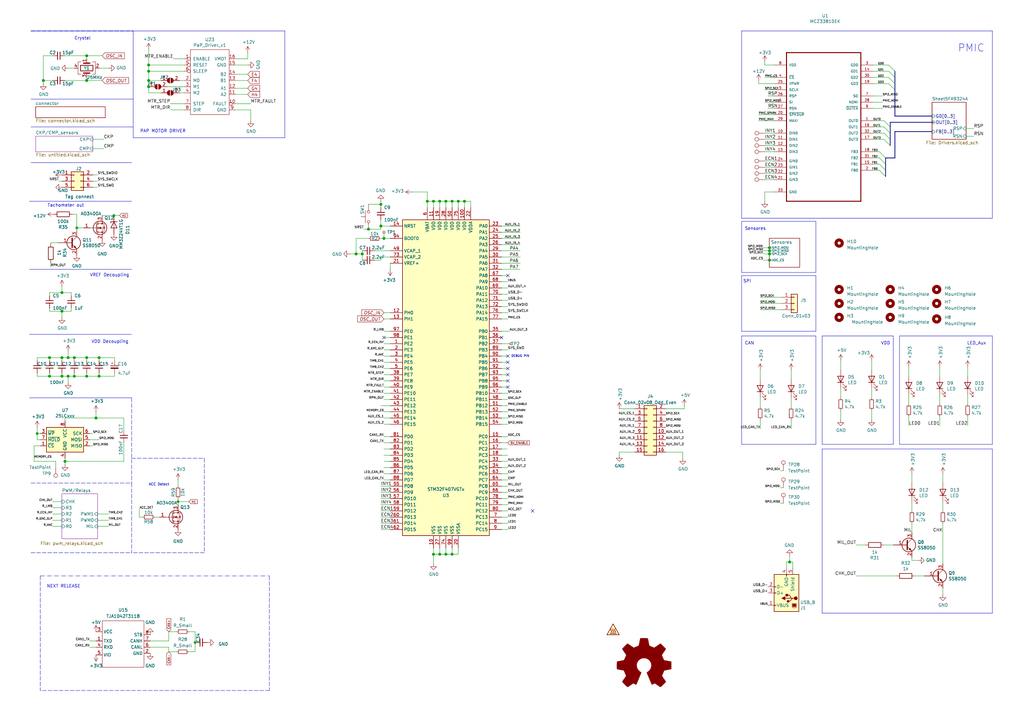
<source format=kicad_sch>
(kicad_sch (version 20211123) (generator eeschema)
  (paper "A3")
  (title_block (title "uEF I") (date "%%date%%") (rev "v3-%%version%%") (company "Churrosoft") (comment 1 "MIT Licence"))
  (junction (at 177.8 227.33) (diameter 1.016))
  (junction (at 35.56 154.305) (diameter 1.016))
  (junction (at 315.5442 101.6))
  (junction (at 315.5442 102.87))
  (junction (at 25.4 146.685) (diameter 1.016))
  (junction (at 156.21 92.71) (diameter 1.016))
  (junction (at 35.56 22.86) (diameter 1.016))
  (junction (at 151.13 93.98) (diameter 1.016))
  (junction (at 60.96 29.21) (diameter 1.016))
  (junction (at 315.5442 104.14))
  (junction (at 35.56 146.685) (diameter 1.016))
  (junction (at 146.05 104.14) (diameter 1.016))
  (junction (at 80.01 263.525) (diameter 0.9144))
  (junction (at 30.48 146.685) (diameter 1.016))
  (junction (at 323.85 230.505) (diameter 1.016))
  (junction (at 40.64 154.305) (diameter 1.016))
  (junction (at 73.025 205.74))
  (junction (at 185.42 82.55) (diameter 1.016))
  (junction (at 60.96 26.67) (diameter 1.016))
  (junction (at 25.4 154.305) (diameter 1.016))
  (junction (at 185.42 227.33) (diameter 1.016))
  (junction (at 27.94 154.305) (diameter 1.016))
  (junction (at 177.8 82.55) (diameter 1.016))
  (junction (at 30.48 154.305) (diameter 1.016))
  (junction (at 182.88 82.55) (diameter 1.016))
  (junction (at 180.34 82.55) (diameter 1.016))
  (junction (at 157.48 97.79) (diameter 1.016))
  (junction (at 25.4 120.015) (diameter 1.016))
  (junction (at 190.5 82.55) (diameter 1.016))
  (junction (at 148.59 104.14) (diameter 1.016))
  (junction (at 26.67 189.23) (diameter 1.016))
  (junction (at 187.96 82.55) (diameter 1.016))
  (junction (at 40.64 146.685) (diameter 1.016))
  (junction (at 60.96 33.02) (diameter 1.016))
  (junction (at 27.94 146.685) (diameter 1.016))
  (junction (at 39.37 171.45) (diameter 1.016))
  (junction (at 35.56 33.02) (diameter 1.016))
  (junction (at 17.78 33.02) (diameter 1.016))
  (junction (at 20.32 146.685) (diameter 1.016))
  (junction (at 46.736 88.392) (diameter 0.9144))
  (junction (at 25.4 127.635) (diameter 1.016))
  (junction (at 31.496 93.472) (diameter 0.9144))
  (junction (at 182.88 227.33) (diameter 1.016))
  (junction (at 315.5442 106.68))
  (junction (at 175.26 82.55) (diameter 1.016))
  (junction (at 180.34 227.33) (diameter 1.016))
  (junction (at 60.96 35.56) (diameter 1.016))
  (junction (at 156.21 83.82) (diameter 1.016))
  (junction (at 15.24 177.8))
  (junction (at 20.32 154.305) (diameter 1.016))
  (no_connect (at 208.28 148.59))
  (no_connect (at 208.28 156.21))
  (no_connect (at 205.74 138.43))
  (no_connect (at 157.48 138.43))
  (no_connect (at 208.28 153.67))
  (no_connect (at 208.28 146.05))
  (no_connect (at 218.44 209.55))
  (no_connect (at 208.28 113.03))
  (no_connect (at 208.28 158.75))
  (no_connect (at 208.28 151.13))
  (bus_entry (at 360.68 67.31) (size 2.54 2.54) (stroke (width 0.1524)))
  (bus_entry (at 364.49 31.75) (size 2.54 2.54) (stroke (width 0.1524)))
  (bus_entry (at 360.68 69.85) (size 2.54 2.54) (stroke (width 0.1524)))
  (bus_entry (at 360.68 64.77) (size 2.54 2.54) (stroke (width 0.1524)))
  (bus_entry (at 362.585 52.07) (size 2.54 2.54) (stroke (width 0.1524)))
  (bus_entry (at 364.49 34.29) (size 2.54 2.54) (stroke (width 0.1524)))
  (bus_entry (at 362.585 49.53) (size 2.54 2.54) (stroke (width 0.1524)))
  (bus_entry (at 364.49 29.21) (size 2.54 2.54) (stroke (width 0.1524)))
  (bus_entry (at 362.585 54.61) (size 2.54 2.54) (stroke (width 0.1524)))
  (bus_entry (at 360.68 62.23) (size 2.54 2.54) (stroke (width 0.1524)))
  (bus_entry (at 362.585 57.15) (size 2.54 2.54) (stroke (width 0.1524)))
  (bus_entry (at 364.49 26.67) (size 2.54 2.54) (stroke (width 0.1524)))
  (wire (pts (xy 315.5442 104.14) (xy 315.595 104.14)))
  (wire (pts (xy 180.34 82.55) (xy 177.8 82.55)))
  (wire (pts (xy 314.96 44.45) (xy 317.5 44.45)))
  (wire (pts (xy 156.21 209.55) (xy 160.02 209.55)))
  (wire (pts (xy 15.24 147.955) (xy 15.24 146.685)))
  (wire (pts (xy 96.52 33.02) (xy 101.6 33.02)))
  (wire (pts (xy 143.51 104.14) (xy 146.05 104.14)))
  (wire (pts (xy 358.14 49.53) (xy 362.585 49.53)))
  (wire (pts (xy 35.56 154.305) (xy 30.48 154.305)))
  (wire (pts (xy 185.42 227.33) (xy 182.88 227.33)))
  (wire (pts (xy 358.14 26.67) (xy 364.49 26.67)))
  (wire (pts (xy 205.74 189.23) (xy 208.28 189.23)))
  (polyline (pts (xy 53.975 163.195) (xy 53.975 198.12)) (stroke (width 0) (type dash)))
  (wire (pts (xy 372.745 150.495) (xy 372.745 154.305)))
  (wire (pts (xy 20.32 146.685) (xy 25.4 146.685)))
  (wire (pts (xy 153.67 102.87) (xy 160.02 102.87)))
  (wire (pts (xy 96.52 45.085) (xy 102.87 45.085)))
  (wire (pts (xy 358.14 31.75) (xy 364.49 31.75)))
  (wire (pts (xy 60.96 35.56) (xy 60.96 33.02)))
  (wire (pts (xy 396.24 55.88) (xy 399.415 55.88)))
  (wire (pts (xy 205.74 110.49) (xy 213.36 110.49)))
  (wire (pts (xy 313.69 66.04) (xy 317.5 66.04)))
  (polyline (pts (xy 337.185 184.15) (xy 337.185 251.46)) (stroke (width 0.152) (type solid)))
  (wire (pts (xy 156.21 199.39) (xy 160.02 199.39)))
  (wire (pts (xy 153.67 106.68) (xy 156.21 106.68)))
  (wire (pts (xy 148.59 104.14) (xy 148.59 102.87)))
  (bus (pts (xy 365.125 50.165) (xy 365.125 52.07)))
  (wire (pts (xy 357.505 159.385) (xy 357.505 163.195)))
  (wire (pts (xy 157.48 148.59) (xy 160.02 148.59)))
  (wire (pts (xy 205.74 163.83) (xy 208.28 163.83)))
  (wire (pts (xy 168.91 78.74) (xy 175.26 78.74)))
  (wire (pts (xy 17.78 22.86) (xy 17.78 33.02)))
  (wire (pts (xy 157.48 191.77) (xy 160.02 191.77)))
  (wire (pts (xy 156.21 97.79) (xy 157.48 97.79)))
  (wire (pts (xy 205.74 184.15) (xy 208.026 184.15)))
  (wire (pts (xy 40.005 71.755) (xy 38.1 71.755)))
  (wire (pts (xy 385.445 161.925) (xy 385.445 165.735)))
  (wire (pts (xy 160.02 138.43) (xy 157.48 138.43)))
  (wire (pts (xy 27.94 27.94) (xy 30.48 27.94)))
  (wire (pts (xy 185.42 227.33) (xy 187.96 227.33)))
  (wire (pts (xy 205.74 153.67) (xy 208.28 153.67)))
  (wire (pts (xy 151.13 93.98) (xy 156.21 93.98)))
  (wire (pts (xy 35.56 22.86) (xy 35.56 24.13)))
  (wire (pts (xy 20.32 147.955) (xy 20.32 146.685)))
  (wire (pts (xy 313.055 104.14) (xy 315.5442 104.14)))
  (wire (pts (xy 38.1 60.96) (xy 42.545 60.96)))
  (wire (pts (xy 20.32 154.305) (xy 15.24 154.305)))
  (wire (pts (xy 61.595 262.89) (xy 69.215 262.89)))
  (wire (pts (xy 69.215 259.08) (xy 72.39 259.08)))
  (wire (pts (xy 69.215 262.89) (xy 69.215 259.08)))
  (wire (pts (xy 21.59 213.36) (xy 25.4 213.36)))
  (wire (pts (xy 358.14 39.37) (xy 361.95 39.37)))
  (wire (pts (xy 29.21 120.015) (xy 29.21 121.285)))
  (wire (pts (xy 311.785 163.195) (xy 311.785 167.005)))
  (wire (pts (xy 205.74 143.51) (xy 208.28 143.51)))
  (wire (pts (xy 20.828 107.696) (xy 20.828 109.474)))
  (wire (pts (xy 311.15 46.99) (xy 317.5 46.99)))
  (wire (pts (xy 313.69 62.23) (xy 317.5 62.23)))
  (wire (pts (xy 273.05 185.42) (xy 280.035 185.42)))
  (wire (pts (xy 280.035 185.42) (xy 280.035 187.96)))
  (wire (pts (xy 313.69 78.74) (xy 317.5 78.74)))
  (polyline (pts (xy 54.61 52.07) (xy 12.7 52.07)) (stroke (width 0) (type solid)))
  (wire (pts (xy 358.14 34.29) (xy 364.49 34.29)))
  (bus (pts (xy 367.03 53.975) (xy 382.27 53.975)))
  (bus (pts (xy 365.125 54.61) (xy 365.125 57.15)))
  (polyline (pts (xy 110.49 283.21) (xy 16.51 283.21)) (stroke (width 0) (type dash)))
  (wire (pts (xy 26.67 189.23) (xy 26.67 190.5)))
  (wire (pts (xy 358.14 52.07) (xy 362.585 52.07)))
  (polyline (pts (xy 116.84 56.515) (xy 54.61 56.515)) (stroke (width 0.152) (type solid)))
  (wire (pts (xy 69.85 45.085) (xy 75.565 45.085)))
  (wire (pts (xy 25.4 147.955) (xy 25.4 146.685)))
  (polyline (pts (xy 53.975 110.49) (xy 12.065 110.49)) (stroke (width 0) (type solid)))
  (wire (pts (xy 205.74 209.55) (xy 208.28 209.55)))
  (wire (pts (xy 151.13 97.79) (xy 146.05 97.79)))
  (wire (pts (xy 205.74 181.61) (xy 208.28 181.61)))
  (wire (pts (xy 156.21 106.68) (xy 156.21 105.41)))
  (wire (pts (xy 313.055 101.6) (xy 315.5442 101.6)))
  (wire (pts (xy 60.96 33.02) (xy 60.96 29.21)))
  (polyline (pts (xy 53.975 66.675) (xy 12.7 66.675)) (stroke (width 0) (type solid)))
  (wire (pts (xy 157.48 173.99) (xy 160.02 173.99)))
  (wire (pts (xy 374.015 214.63) (xy 374.015 218.44)))
  (polyline (pts (xy 366.395 182.245) (xy 366.395 137.795)) (stroke (width 0.152) (type solid)))
  (wire (pts (xy 26.67 171.45) (xy 39.37 171.45)))
  (wire (pts (xy 15.24 154.305) (xy 15.24 153.035)))
  (wire (pts (xy 96.52 30.48) (xy 101.6 30.48)))
  (wire (pts (xy 344.805 159.385) (xy 344.805 163.195)))
  (wire (pts (xy 205.74 135.89) (xy 208.915 135.89)))
  (polyline (pts (xy 337.185 184.15) (xy 407.035 184.15)) (stroke (width 0.152) (type solid)))
  (wire (pts (xy 182.88 82.55) (xy 180.34 82.55)))
  (wire (pts (xy 20.32 127.635) (xy 20.32 126.365)))
  (bus (pts (xy 367.03 36.83) (xy 367.03 47.625)))
  (bus (pts (xy 365.125 52.07) (xy 365.125 54.61)))
  (wire (pts (xy 160.02 130.81) (xy 157.48 130.81)))
  (polyline (pts (xy 407.035 182.245) (xy 407.035 137.795)) (stroke (width 0.152) (type solid)))
  (wire (pts (xy 40.005 213.36) (xy 44.45 213.36)))
  (wire (pts (xy 324.485 151.765) (xy 324.485 155.575)))
  (wire (pts (xy 208.28 194.31) (xy 205.74 194.31)))
  (wire (pts (xy 374.015 229.87) (xy 376.555 229.87)))
  (wire (pts (xy 205.74 191.77) (xy 208.28 191.77)))
  (polyline (pts (xy 368.935 137.795) (xy 368.935 182.245)) (stroke (width 0.152) (type solid)))
  (wire (pts (xy 315.5442 106.68) (xy 315.595 106.68)))
  (wire (pts (xy 73.66 33.02) (xy 75.565 33.02)))
  (wire (pts (xy 314.96 39.37) (xy 317.5 39.37)))
  (polyline (pts (xy 12.7 12.7) (xy 54.61 12.7)) (stroke (width 0) (type solid)))
  (wire (pts (xy 71.12 24.13) (xy 75.565 24.13)))
  (wire (pts (xy 187.96 227.33) (xy 187.96 224.79)))
  (wire (pts (xy 21.59 205.74) (xy 25.4 205.74)))
  (wire (pts (xy 208.28 151.13) (xy 205.74 151.13)))
  (wire (pts (xy 96.52 36.195) (xy 101.6 36.195)))
  (wire (pts (xy 358.14 64.77) (xy 360.68 64.77)))
  (wire (pts (xy 320.04 206.375) (xy 321.31 206.375)))
  (wire (pts (xy 21.59 210.82) (xy 25.4 210.82)))
  (wire (pts (xy 157.48 158.75) (xy 160.02 158.75)))
  (wire (pts (xy 375.285 236.22) (xy 379.095 236.22)))
  (wire (pts (xy 27.94 156.845) (xy 27.94 154.305)))
  (wire (pts (xy 205.74 92.71) (xy 213.36 92.71)))
  (wire (pts (xy 15.24 146.685) (xy 20.32 146.685)))
  (wire (pts (xy 358.14 69.85) (xy 360.68 69.85)))
  (wire (pts (xy 386.715 205.74) (xy 386.715 209.55)))
  (wire (pts (xy 205.74 97.79) (xy 213.36 97.79)))
  (wire (pts (xy 69.85 42.545) (xy 75.565 42.545)))
  (wire (pts (xy 205.74 128.27) (xy 208.28 128.27)))
  (wire (pts (xy 57.15 212.09) (xy 58.42 212.09)))
  (wire (pts (xy 146.05 104.14) (xy 148.59 104.14)))
  (wire (pts (xy 27.94 154.305) (xy 25.4 154.305)))
  (wire (pts (xy 157.48 153.67) (xy 160.02 153.67)))
  (wire (pts (xy 396.875 170.815) (xy 396.875 174.625)))
  (polyline (pts (xy 334.645 137.795) (xy 334.645 182.245)) (stroke (width 0.152) (type solid)))
  (wire (pts (xy 322.58 233.045) (xy 322.58 230.505)))
  (wire (pts (xy 313.055 102.87) (xy 315.5442 102.87)))
  (polyline (pts (xy 304.165 111.76) (xy 334.645 111.76)) (stroke (width 0.152) (type solid)))
  (wire (pts (xy 38.1 57.15) (xy 42.545 57.15)))
  (polyline (pts (xy 304.165 135.89) (xy 304.165 113.03)) (stroke (width 0.152) (type solid)))
  (wire (pts (xy 313.69 71.12) (xy 317.5 71.12)))
  (wire (pts (xy 101.6 24.13) (xy 101.6 21.59)))
  (wire (pts (xy 323.85 230.505) (xy 323.85 227.965)))
  (bus (pts (xy 365.125 57.15) (xy 365.125 59.69)))
  (bus (pts (xy 363.22 67.31) (xy 363.22 69.85)))
  (polyline (pts (xy 304.165 111.76) (xy 304.165 90.805)) (stroke (width 0.152) (type solid)))
  (wire (pts (xy 205.74 130.81) (xy 208.28 130.81)))
  (polyline (pts (xy 407.035 12.7) (xy 407.035 89.535)) (stroke (width 0) (type solid)))
  (wire (pts (xy 160.02 189.23) (xy 157.48 189.23)))
  (wire (pts (xy 160.02 146.05) (xy 157.48 146.05)))
  (wire (pts (xy 205.74 113.03) (xy 208.28 113.03)))
  (wire (pts (xy 27.94 144.145) (xy 27.94 146.685)))
  (wire (pts (xy 40.005 215.9) (xy 44.45 215.9)))
  (polyline (pts (xy 407.035 184.15) (xy 407.035 251.46)) (stroke (width 0.152) (type solid)))
  (wire (pts (xy 205.74 179.07) (xy 208.28 179.07)))
  (wire (pts (xy 357.505 147.955) (xy 357.505 151.765)))
  (wire (pts (xy 182.88 82.55) (xy 182.88 85.09)))
  (wire (pts (xy 205.74 95.25) (xy 213.36 95.25)))
  (wire (pts (xy 15.24 180.34) (xy 15.24 177.8)))
  (wire (pts (xy 16.51 180.34) (xy 15.24 180.34)))
  (polyline (pts (xy 337.185 182.245) (xy 366.395 182.245)) (stroke (width 0.152) (type solid)))
  (wire (pts (xy 156.21 217.17) (xy 160.02 217.17)))
  (wire (pts (xy 31.496 93.472) (xy 31.496 94.488)))
  (wire (pts (xy 34.29 93.472) (xy 31.496 93.472)))
  (wire (pts (xy 26.67 172.72) (xy 26.67 171.45)))
  (wire (pts (xy 205.74 186.69) (xy 208.28 186.69)))
  (wire (pts (xy 156.21 82.55) (xy 156.21 83.82)))
  (wire (pts (xy 185.42 82.55) (xy 182.88 82.55)))
  (wire (pts (xy 25.4 130.175) (xy 25.4 127.635)))
  (wire (pts (xy 30.48 146.685) (xy 35.56 146.685)))
  (wire (pts (xy 20.32 121.285) (xy 20.32 120.015)))
  (wire (pts (xy 385.445 170.815) (xy 385.445 174.625)))
  (wire (pts (xy 73.025 205.74) (xy 77.47 205.74)))
  (polyline (pts (xy 54.61 40.64) (xy 12.7 40.64)) (stroke (width 0) (type solid)))
  (wire (pts (xy 175.26 82.55) (xy 177.8 82.55)))
  (wire (pts (xy 313.69 73.66) (xy 317.5 73.66)))
  (wire (pts (xy 30.48 153.035) (xy 30.48 154.305)))
  (wire (pts (xy 26.67 22.86) (xy 35.56 22.86)))
  (wire (pts (xy 313.69 54.61) (xy 317.5 54.61)))
  (wire (pts (xy 156.21 83.82) (xy 151.13 83.82)))
  (wire (pts (xy 40.64 154.305) (xy 35.56 154.305)))
  (wire (pts (xy 156.21 105.41) (xy 160.02 105.41)))
  (wire (pts (xy 358.14 44.45) (xy 361.95 44.45)))
  (wire (pts (xy 30.48 154.305) (xy 27.94 154.305)))
  (wire (pts (xy 160.02 179.07) (xy 157.48 179.07)))
  (wire (pts (xy 313.69 68.58) (xy 317.5 68.58)))
  (wire (pts (xy 313.69 26.67) (xy 317.5 26.67)))
  (wire (pts (xy 148.59 104.14) (xy 148.59 106.68)))
  (wire (pts (xy 320.04 193.04) (xy 321.31 193.04)))
  (polyline (pts (xy 334.645 182.245) (xy 304.165 182.245)) (stroke (width 0.152) (type solid)))
  (wire (pts (xy 156.21 212.09) (xy 160.02 212.09)))
  (bus (pts (xy 382.27 47.625) (xy 367.03 47.625)))
  (wire (pts (xy 311.15 33.02) (xy 311.15 34.29)))
  (wire (pts (xy 175.26 78.74) (xy 175.26 82.55)))
  (wire (pts (xy 358.14 57.15) (xy 362.585 57.15)))
  (wire (pts (xy 386.715 214.63) (xy 386.715 231.14)))
  (wire (pts (xy 157.48 135.89) (xy 160.02 135.89)))
  (wire (pts (xy 208.28 148.59) (xy 205.74 148.59)))
  (wire (pts (xy 29.21 126.365) (xy 29.21 127.635)))
  (polyline (pts (xy 53.975 163.195) (xy 12.065 163.195)) (stroke (width 0) (type solid)))
  (wire (pts (xy 25.4 146.685) (xy 27.94 146.685)))
  (wire (pts (xy 73.66 38.1) (xy 75.565 38.1)))
  (wire (pts (xy 325.12 233.045) (xy 325.12 230.505)))
  (wire (pts (xy 61.595 265.43) (xy 69.215 265.43)))
  (wire (pts (xy 69.215 267.335) (xy 69.215 265.43)))
  (wire (pts (xy 72.39 267.335) (xy 69.215 267.335)))
  (wire (pts (xy 205.74 100.33) (xy 213.36 100.33)))
  (wire (pts (xy 41.91 33.02) (xy 35.56 33.02)))
  (wire (pts (xy 358.14 62.23) (xy 360.68 62.23)))
  (wire (pts (xy 157.48 181.61) (xy 160.02 181.61)))
  (wire (pts (xy 40.64 146.685) (xy 40.64 147.955)))
  (polyline (pts (xy 304.165 135.89) (xy 334.645 135.89)) (stroke (width 0.152) (type solid)))
  (bus (pts (xy 382.905 50.165) (xy 365.125 50.165)))
  (wire (pts (xy 209.55 140.97) (xy 205.74 140.97)))
  (wire (pts (xy 208.28 204.47) (xy 205.74 204.47)))
  (wire (pts (xy 30.48 147.955) (xy 30.48 146.685)))
  (wire (pts (xy 157.48 143.51) (xy 160.02 143.51)))
  (wire (pts (xy 46.99 153.035) (xy 46.99 154.305)))
  (wire (pts (xy 208.28 166.37) (xy 205.74 166.37)))
  (wire (pts (xy 60.96 20.32) (xy 60.96 26.67)))
  (wire (pts (xy 396.24 52.705) (xy 399.415 52.705)))
  (polyline (pts (xy 110.49 236.22) (xy 110.49 283.21)) (stroke (width 0) (type dash)))
  (wire (pts (xy 157.48 163.83) (xy 160.02 163.83)))
  (wire (pts (xy 60.96 26.67) (xy 75.565 26.67)))
  (wire (pts (xy 156.21 85.09) (xy 156.21 83.82)))
  (wire (pts (xy 68.58 35.56) (xy 75.565 35.56)))
  (wire (pts (xy 385.445 150.495) (xy 385.445 154.305)))
  (wire (pts (xy 313.69 36.83) (xy 317.5 36.83)))
  (wire (pts (xy 44.45 27.94) (xy 40.64 27.94)))
  (wire (pts (xy 73.025 204.47) (xy 73.025 205.74)))
  (wire (pts (xy 313.69 41.91) (xy 317.5 41.91)))
  (wire (pts (xy 60.96 29.21) (xy 75.565 29.21)))
  (wire (pts (xy 25.4 154.305) (xy 20.32 154.305)))
  (polyline (pts (xy 54.61 12.7) (xy 54.61 56.515)) (stroke (width 0.152) (type solid)))
  (wire (pts (xy 60.96 33.02) (xy 66.04 33.02)))
  (wire (pts (xy 320.04 200.025) (xy 321.31 200.025)))
  (polyline (pts (xy 337.185 251.46) (xy 407.035 251.46)) (stroke (width 0.152) (type solid)))
  (wire (pts (xy 15.24 175.26) (xy 15.24 177.8)))
  (wire (pts (xy 15.24 177.8) (xy 16.51 177.8)))
  (wire (pts (xy 13.97 182.88) (xy 16.51 182.88)))
  (wire (pts (xy 185.42 82.55) (xy 185.42 85.09)))
  (wire (pts (xy 205.74 107.95) (xy 213.36 107.95)))
  (wire (pts (xy 372.745 170.815) (xy 372.745 174.625)))
  (wire (pts (xy 46.99 154.305) (xy 40.64 154.305)))
  (wire (pts (xy 254 167.64) (xy 260.35 167.64)))
  (polyline (pts (xy 12.7 198.12) (xy 53.975 198.12)) (stroke (width 0) (type dash)))
  (wire (pts (xy 77.47 267.335) (xy 80.01 267.335)))
  (wire (pts (xy 80.01 267.335) (xy 80.01 263.525)))
  (polyline (pts (xy 83.82 187.96) (xy 83.82 226.695)))
  (wire (pts (xy 180.34 224.79) (xy 180.34 227.33)))
  (wire (pts (xy 208.28 171.45) (xy 205.74 171.45)))
  (wire (pts (xy 313.69 25.4) (xy 313.69 26.67)))
  (wire (pts (xy 315.5442 102.87) (xy 315.595 102.87)))
  (wire (pts (xy 73.025 205.74) (xy 73.025 207.01)))
  (wire (pts (xy 96.52 42.545) (xy 102.87 42.545)))
  (wire (pts (xy 157.48 140.97) (xy 160.02 140.97)))
  (wire (pts (xy 157.48 186.69) (xy 160.02 186.69)))
  (wire (pts (xy 358.14 67.31) (xy 360.68 67.31)))
  (wire (pts (xy 20.828 99.568) (xy 23.876 99.568)))
  (wire (pts (xy 20.828 100.076) (xy 20.828 99.568)))
  (wire (pts (xy 187.96 82.55) (xy 185.42 82.55)))
  (wire (pts (xy 208.28 115.57) (xy 205.74 115.57)))
  (polyline (pts (xy 83.82 226.695) (xy 53.975 226.695)))
  (wire (pts (xy 358.14 41.91) (xy 361.95 41.91)))
  (wire (pts (xy 50.8 171.45) (xy 50.8 176.53)))
  (wire (pts (xy 157.48 196.85) (xy 160.02 196.85)))
  (wire (pts (xy 313.69 59.69) (xy 317.5 59.69)))
  (polyline (pts (xy 304.165 137.795) (xy 304.165 182.245)) (stroke (width 0.152) (type solid)))
  (wire (pts (xy 156.21 207.01) (xy 160.02 207.01)))
  (wire (pts (xy 205.74 168.91) (xy 208.28 168.91)))
  (wire (pts (xy 313.69 31.75) (xy 317.5 31.75)))
  (wire (pts (xy 96.52 38.735) (xy 101.6 38.735)))
  (wire (pts (xy 73.025 196.85) (xy 73.025 199.39)))
  (wire (pts (xy 157.48 168.91) (xy 160.02 168.91)))
  (wire (pts (xy 60.96 38.1) (xy 60.96 35.56)))
  (wire (pts (xy 180.34 227.33) (xy 177.8 227.33)))
  (polyline (pts (xy 304.165 12.7) (xy 407.035 12.7)) (stroke (width 0) (type solid)))
  (wire (pts (xy 190.5 85.09) (xy 190.5 82.55)))
  (wire (pts (xy 357.505 168.275) (xy 357.505 172.085)))
  (polyline (pts (xy 337.185 137.795) (xy 366.395 137.795)) (stroke (width 0.152) (type solid)))
  (wire (pts (xy 177.8 227.33) (xy 177.8 224.79)))
  (bus (pts (xy 363.22 69.85) (xy 363.22 72.39)))
  (wire (pts (xy 311.785 127) (xy 320.675 127)))
  (wire (pts (xy 177.8 82.55) (xy 177.8 85.09)))
  (wire (pts (xy 205.74 217.17) (xy 208.28 217.17)))
  (wire (pts (xy 40.005 76.835) (xy 38.1 76.835)))
  (wire (pts (xy 351.155 223.52) (xy 354.965 223.52)))
  (polyline (pts (xy 53.975 198.12) (xy 53.975 226.695)) (stroke (width 0) (type dash)))
  (wire (pts (xy 273.05 167.64) (xy 280.67 167.64)))
  (wire (pts (xy 280.67 167.64) (xy 280.67 166.37)))
  (wire (pts (xy 177.8 231.14) (xy 177.8 227.33)))
  (wire (pts (xy 156.21 166.37) (xy 160.02 166.37)))
  (wire (pts (xy 46.99 147.955) (xy 46.99 146.685)))
  (wire (pts (xy 156.21 214.63) (xy 160.02 214.63)))
  (wire (pts (xy 156.21 204.47) (xy 160.02 204.47)))
  (wire (pts (xy 208.28 161.29) (xy 205.74 161.29)))
  (wire (pts (xy 254 185.42) (xy 254 186.69)))
  (wire (pts (xy 260.35 185.42) (xy 254 185.42)))
  (polyline (pts (xy 54.61 12.7) (xy 116.84 12.7)) (stroke (width 0.152) (type solid)))
  (wire (pts (xy 182.88 224.79) (xy 182.88 227.33)))
  (wire (pts (xy 39.37 265.43) (xy 36.83 265.43)))
  (wire (pts (xy 175.26 82.55) (xy 175.26 85.09)))
  (wire (pts (xy 180.34 82.55) (xy 180.34 85.09)))
  (wire (pts (xy 362.585 223.52) (xy 366.395 223.52)))
  (wire (pts (xy 374.015 228.6) (xy 374.015 229.87)))
  (wire (pts (xy 36.83 262.89) (xy 39.37 262.89)))
  (wire (pts (xy 190.5 82.55) (xy 193.04 82.55)))
  (wire (pts (xy 208.28 196.85) (xy 205.74 196.85)))
  (wire (pts (xy 50.8 181.61) (xy 50.8 189.23)))
  (polyline (pts (xy 337.185 137.795) (xy 337.185 182.245)) (stroke (width 0.152) (type solid)))
  (wire (pts (xy 157.48 95.25) (xy 157.48 97.79)))
  (wire (pts (xy 156.21 92.71) (xy 156.21 90.17)))
  (wire (pts (xy 396.875 150.495) (xy 396.875 154.305)))
  (wire (pts (xy 311.785 151.765) (xy 311.785 155.575)))
  (wire (pts (xy 13.97 182.88) (xy 13.97 189.23)))
  (wire (pts (xy 22.86 189.23) (xy 13.97 189.23)))
  (wire (pts (xy 22.86 191.77) (xy 22.86 189.23)))
  (wire (pts (xy 208.28 120.65) (xy 205.74 120.65)))
  (wire (pts (xy 205.74 105.41) (xy 213.36 105.41)))
  (wire (pts (xy 25.4 120.015) (xy 29.21 120.015)))
  (wire (pts (xy 40.64 153.035) (xy 40.64 154.305)))
  (wire (pts (xy 386.715 241.3) (xy 386.715 243.84)))
  (wire (pts (xy 205.74 123.19) (xy 208.28 123.19)))
  (wire (pts (xy 205.74 199.39) (xy 208.28 199.39)))
  (wire (pts (xy 205.74 214.63) (xy 208.28 214.63)))
  (wire (pts (xy 193.04 82.55) (xy 193.04 85.09)))
  (wire (pts (xy 36.83 177.8) (xy 38.1 177.8)))
  (wire (pts (xy 35.56 33.02) (xy 35.56 31.75)))
  (wire (pts (xy 102.87 45.085) (xy 102.87 49.53)))
  (bus (pts (xy 367.03 34.29) (xy 367.03 36.83)))
  (wire (pts (xy 374.015 205.74) (xy 374.015 209.55)))
  (wire (pts (xy 324.485 172.085) (xy 324.485 175.895)))
  (wire (pts (xy 313.69 82.55) (xy 313.69 78.74)))
  (wire (pts (xy 27.94 146.685) (xy 30.48 146.685)))
  (polyline (pts (xy 53.975 82.55) (xy 12.065 82.55)) (stroke (width 0) (type solid)))
  (wire (pts (xy 315.5442 101.6) (xy 315.595 101.6)))
  (wire (pts (xy 21.59 215.9) (xy 25.4 215.9)))
  (wire (pts (xy 205.74 173.99) (xy 208.28 173.99)))
  (wire (pts (xy 25.4 117.475) (xy 25.4 120.015)))
  (wire (pts (xy 205.74 118.11) (xy 208.28 118.11)))
  (wire (pts (xy 324.485 163.195) (xy 324.485 167.005)))
  (wire (pts (xy 29.718 87.884) (xy 31.496 87.884)))
  (wire (pts (xy 31.496 87.884) (xy 31.496 93.472)))
  (wire (pts (xy 311.785 124.46) (xy 320.675 124.46)))
  (polyline (pts (xy 12.7 226.695) (xy 53.975 226.695)) (stroke (width 0) (type dash)))
  (wire (pts (xy 208.28 156.21) (xy 205.74 156.21)))
  (wire (pts (xy 205.74 207.01) (xy 208.28 207.01)))
  (wire (pts (xy 325.12 230.505) (xy 323.85 230.505)))
  (wire (pts (xy 20.32 120.015) (xy 25.4 120.015)))
  (wire (pts (xy 157.48 151.13) (xy 160.02 151.13)))
  (wire (pts (xy 40.005 74.295) (xy 38.1 74.295)))
  (wire (pts (xy 36.83 182.88) (xy 38.1 182.88)))
  (wire (pts (xy 35.56 146.685) (xy 40.64 146.685)))
  (polyline (pts (xy 368.935 137.795) (xy 407.035 137.795)) (stroke (width 0.152) (type solid)))
  (wire (pts (xy 26.67 33.02) (xy 35.56 33.02)))
  (wire (pts (xy 160.02 184.15) (xy 157.48 184.15)))
  (wire (pts (xy 17.78 33.02) (xy 21.59 33.02)))
  (wire (pts (xy 80.01 259.08) (xy 77.47 259.08)))
  (wire (pts (xy 80.01 263.525) (xy 80.01 259.08)))
  (wire (pts (xy 25.4 153.035) (xy 25.4 154.305)))
  (polyline (pts (xy 116.84 12.7) (xy 116.84 56.515)) (stroke (width 0.152) (type solid)))
  (wire (pts (xy 96.52 26.67) (xy 101.6 26.67)))
  (wire (pts (xy 20.32 153.035) (xy 20.32 154.305)))
  (wire (pts (xy 372.745 161.925) (xy 372.745 165.735)))
  (wire (pts (xy 311.15 49.53) (xy 317.5 49.53)))
  (wire (pts (xy 344.805 147.955) (xy 344.805 151.765)))
  (bus (pts (xy 367.03 29.21) (xy 367.03 31.75)))
  (wire (pts (xy 146.05 97.79) (xy 146.05 104.14)))
  (wire (pts (xy 160.02 194.31) (xy 157.48 194.31)))
  (wire (pts (xy 160.02 156.21) (xy 157.48 156.21)))
  (wire (pts (xy 358.14 29.21) (xy 364.49 29.21)))
  (wire (pts (xy 205.74 146.05) (xy 208.28 146.05)))
  (wire (pts (xy 190.5 82.55) (xy 187.96 82.55)))
  (wire (pts (xy 35.56 153.035) (xy 35.56 154.305)))
  (wire (pts (xy 185.42 224.79) (xy 185.42 227.33)))
  (polyline (pts (xy 334.645 111.76) (xy 334.645 90.805)) (stroke (width 0.152) (type solid)))
  (polyline (pts (xy 16.51 236.22) (xy 16.51 283.21)) (stroke (width 0) (type dash)))
  (wire (pts (xy 205.74 158.75) (xy 208.28 158.75)))
  (polyline (pts (xy 304.165 137.795) (xy 334.645 137.795)) (stroke (width 0.152) (type solid)))
  (wire (pts (xy 26.67 187.96) (xy 26.67 189.23)))
  (wire (pts (xy 313.69 57.15) (xy 317.5 57.15)))
  (bus (pts (xy 367.03 31.75) (xy 367.03 34.29)))
  (polyline (pts (xy 304.165 113.03) (xy 334.645 113.03)) (stroke (width 0.152) (type solid)))
  (wire (pts (xy 66.04 38.1) (xy 60.96 38.1)))
  (polyline (pts (xy 12.7 12.7) (xy 54.61 12.7)) (stroke (width 0) (type dash)))
  (wire (pts (xy 39.37 171.45) (xy 50.8 171.45)))
  (wire (pts (xy 40.005 210.82) (xy 44.45 210.82)))
  (bus (pts (xy 363.22 64.77) (xy 363.22 67.31)))
  (bus (pts (xy 367.03 53.975) (xy 367.03 64.77)))
  (bus (pts (xy 367.03 64.77) (xy 363.22 64.77)))
  (wire (pts (xy 50.8 189.23) (xy 26.67 189.23)))
  (wire (pts (xy 41.91 88.392) (xy 46.736 88.392)))
  (wire (pts (xy 46.736 88.392) (xy 49.022 88.392)))
  (polyline (pts (xy 368.935 182.245) (xy 407.035 182.245)) (stroke (width 0.152) (type solid)))
  (wire (pts (xy 351.155 236.22) (xy 367.665 236.22)))
  (polyline (pts (xy 334.645 135.89) (xy 334.645 113.03)) (stroke (width 0.152) (type solid)))
  (polyline (pts (xy 407.035 89.535) (xy 304.165 89.535)) (stroke (width 0) (type solid)))
  (wire (pts (xy 151.13 93.98) (xy 149.225 93.98)))
  (wire (pts (xy 208.28 125.73) (xy 205.74 125.73)))
  (wire (pts (xy 156.21 93.98) (xy 156.21 92.71)))
  (wire (pts (xy 39.37 168.91) (xy 39.37 171.45)))
  (wire (pts (xy 63.5 212.09) (xy 65.405 212.09)))
  (polyline (pts (xy 304.165 89.535) (xy 304.165 12.7)) (stroke (width 0) (type solid)))
  (wire (pts (xy 311.15 34.29) (xy 317.5 34.29)))
  (wire (pts (xy 205.74 212.09) (xy 208.28 212.09)))
  (wire (pts (xy 41.91 22.86) (xy 35.56 22.86)))
  (wire (pts (xy 396.875 161.925) (xy 396.875 165.735)))
  (wire (pts (xy 25.4 127.635) (xy 20.32 127.635)))
  (wire (pts (xy 36.83 180.34) (xy 40.64 180.34)))
  (wire (pts (xy 182.88 227.33) (xy 180.34 227.33)))
  (wire (pts (xy 208.28 201.93) (xy 205.74 201.93)))
  (wire (pts (xy 187.96 82.55) (xy 187.96 85.09)))
  (wire (pts (xy 17.78 34.29) (xy 17.78 33.02)))
  (wire (pts (xy 21.59 208.28) (xy 25.4 208.28)))
  (wire (pts (xy 24.13 74.295) (xy 25.4 74.295)))
  (wire (pts (xy 358.14 54.61) (xy 362.585 54.61)))
  (wire (pts (xy 46.99 146.685) (xy 40.64 146.685)))
  (wire (pts (xy 313.055 106.68) (xy 315.5442 106.68)))
  (wire (pts (xy 57.15 208.915) (xy 57.15 212.09)))
  (wire (pts (xy 60.96 29.21) (xy 60.96 26.67)))
  (wire (pts (xy 156.21 201.93) (xy 160.02 201.93)))
  (wire (pts (xy 311.785 121.92) (xy 320.675 121.92)))
  (wire (pts (xy 160.02 161.29) (xy 157.48 161.29)))
  (wire (pts (xy 157.48 128.27) (xy 160.02 128.27)))
  (polyline (pts (xy 53.975 137.16) (xy 12.065 137.16)) (stroke (width 0) (type solid)))
  (wire (pts (xy 374.015 194.31) (xy 374.015 198.12)))
  (wire (pts (xy 160.02 171.45) (xy 157.48 171.45)))
  (wire (pts (xy 21.59 22.86) (xy 17.78 22.86)))
  (wire (pts (xy 322.58 230.505) (xy 323.85 230.505)))
  (wire (pts (xy 29.21 127.635) (xy 25.4 127.635)))
  (polyline (pts (xy 304.165 90.805) (xy 334.645 90.805)) (stroke (width 0.152) (type solid)))
  (wire (pts (xy 157.48 97.79) (xy 160.02 97.79)))
  (wire (pts (xy 160.02 110.49) (xy 160.02 107.95)))
  (wire (pts (xy 35.56 147.955) (xy 35.56 146.685)))
  (wire (pts (xy 160.02 92.71) (xy 156.21 92.71)))
  (wire (pts (xy 311.785 172.085) (xy 311.785 175.895)))
  (wire (pts (xy 96.52 24.13) (xy 101.6 24.13)))
  (wire (pts (xy 205.74 102.87) (xy 213.36 102.87)))
  (polyline (pts (xy 53.975 187.96) (xy 83.82 187.96)))
  (wire (pts (xy 344.805 168.275) (xy 344.805 172.085)))
  (wire (pts (xy 386.715 194.31) (xy 386.715 198.12)))
  (polyline (pts (xy 16.51 236.22) (xy 110.49 236.22)) (stroke (width 0.152) (type dash_dot)))
  (text "Sensores" (at 305.435 94.615 0) (effects (font (size 1.27 1.27)) (justify left bottom)))
  (text "DEBUG PIN" (at 217.17 146.685 180) (effects (font (size 0.889 0.889)) (justify right bottom)))
  (text "CAN" (at 305.435 141.605 0) (effects (font (size 1.27 1.27)) (justify left bottom)))
  (text "ACC Detect" (at 60.96 199.39 0) (effects (font (size 1 1)) (justify left bottom)))
  (text "Crystal" (at 30.48 16.51 0) (effects (font (size 1.27 1.27)) (justify left bottom)))
  (text "NEXT RELEASE\n" (at 33.02 241.3 180) (effects (font (size 1.27 1.27)) (justify right bottom)))
  (text "VDD" (at 365.125 141.605 180) (effects (font (size 1.27 1.27)) (justify right bottom)))
  (text "VREF Decoupling" (at 36.83 113.665 0) (effects (font (size 1.27 1.27)) (justify left bottom)))
  (text "PMIC\n" (at 403.86 21.59 180) (effects (font (size 3 3)) (justify right bottom)))
  (text "VDD Decoupling" (at 37.465 140.97 0) (effects (font (size 1.27 1.27)) (justify left bottom)))
  (text "LED_Aux" (at 404.495 141.605 180) (effects (font (size 1.27 1.27)) (justify right bottom)))
  (text "SPI" (at 304.8 116.205 0) (effects (font (size 1.27 1.27)) (justify left bottom)))
  (text "PAP MOTOR DRIVER" (at 76.2 54.61 180) (effects (font (size 1.27 1.27)) (justify right bottom)))
  (text "Tachometer out" (at 19.431 85.09 0) (effects (font (size 1.27 1.27)) (justify left bottom)))
  (label "LED1" (at 208.28 214.63 0) (effects (font (size 0.889 0.889))))
  (label "AUX_CS_1" (at 260.35 170.18 180) (effects (font (size 0.889 0.889))))
  (label "ECN3" (at 313.69 71.12 0))
  (label "RSP" (at 399.415 52.705 0))
  (label "ECN4" (at 156.21 217.17 0))
  (label "SPI2_MOSI" (at 40.64 180.34 0) (effects (font (size 0.7874 0.7874))))
  (label "FB2" (at 360.045 64.77 180) (effects (font (size 0.8 0.8))))
  (label "INY1" (at 313.69 54.61 0))
  (label "R_AAC" (at 157.48 146.05 180) (effects (font (size 0.8 0.8))))
  (label "AUX_CS_2" (at 157.48 173.99 180) (effects (font (size 0.889 0.889))))
  (label "R_LMB" (at 21.59 208.28 180) (effects (font (size 0.889 0.889))))
  (label "LED1" (at 385.445 174.625 180))
  (label "PMIC_CS" (at 208.28 130.81 0) (effects (font (size 0.7874 0.7874))))
  (label "CAN1_TX" (at 157.48 181.61 180) (effects (font (size 0.889 0.889))))
  (label "MTR_STEP" (at 157.48 153.67 180) (effects (font (size 0.889 0.889))))
  (label "CAN1_RX" (at 36.83 265.43 180) (effects (font (size 0.889 0.889))))
  (label "USB_D+" (at 208.28 123.19 0) (effects (font (size 0.9906 0.9906))))
  (label "CKP" (at 208.28 194.31 0) (effects (font (size 0.889 0.889))))
  (label "INY4" (at 313.69 62.23 0))
  (label "PMIC_MAXI" (at 311.15 49.53 0) (effects (font (size 0.7874 0.7874))))
  (label "RSP" (at 314.96 39.37 0))
  (label "CHK" (at 386.715 218.44 180))
  (label "SPI2_SCK" (at 311.785 121.92 0) (effects (font (size 0.7874 0.7874))))
  (label "LED2" (at 208.28 217.17 0) (effects (font (size 0.889 0.889))))
  (label "PMIC_ENABLE" (at 208.28 166.37 0) (effects (font (size 0.7874 0.7874))))
  (label "SPI2_MOSI" (at 320.04 200.025 180) (effects (font (size 0.7874 0.7874))))
  (label "CKP" (at 42.545 57.15 0))
  (label "SPI2_MISO" (at 38.1 182.88 0) (effects (font (size 0.7874 0.7874))))
  (label "AUX_IN_4" (at 260.35 182.88 180) (effects (font (size 0.889 0.889))))
  (label "RPM_OUT" (at 20.828 109.474 0) (effects (font (size 0.889 0.889))))
  (label "LED2" (at 396.875 174.625 180))
  (label "LED_CAN_TX" (at 157.48 196.85 180) (effects (font (size 0.889 0.889))))
  (label "PMIC_ENABLE" (at 361.95 44.45 0) (effects (font (size 0.7874 0.7874))))
  (label "AUX_CS_2" (at 260.35 172.72 180) (effects (font (size 0.889 0.889))))
  (label "MTR_STEP" (at 69.85 42.545 180))
  (label "MIL_OUT" (at 44.45 215.9 0) (effects (font (size 0.8 0.8))))
  (label "SPI2_MISO" (at 273.05 172.72 0) (effects (font (size 0.7874 0.7874))))
  (label "MEMORY_CS" (at 157.48 168.91 180) (effects (font (size 0.8 0.8))))
  (label "PA6" (at 212.725 107.95 180))
  (label "R_AAC" (at 21.59 215.9 180) (effects (font (size 0.8 0.8))))
  (label "AUX_OUT_1" (at 208.28 189.23 0) (effects (font (size 0.889 0.889))))
  (label "LED_CAN_RX" (at 157.48 194.31 180) (effects (font (size 0.889 0.889))))
  (label "MTR_FAULT" (at 102.87 42.545 0))
  (label "FB0" (at 360.045 69.85 180) (effects (font (size 0.8 0.8))))
  (label "SYS_SWDIO" (at 208.28 125.73 0) (effects (font (size 0.9906 0.9906))))
  (label "TIM9_CH1" (at 44.45 213.36 0) (effects (font (size 0.8 0.8))))
  (label "INY3" (at 156.21 204.47 0))
  (label "PA4" (at 212.725 102.87 180))
  (label "VBUS" (at 208.28 115.57 0) (effects (font (size 0.8 0.8))))
  (label "GD3" (at 362.585 34.29 180) (effects (font (size 0.8 0.8))))
  (label "SPI2_SCK" (at 313.69 36.83 0) (effects (font (size 0.7874 0.7874))))
  (label "CMP" (at 42.545 60.96 0))
  (label "NRST" (at 149.225 93.98 180) (effects (font (size 0.9906 0.9906))))
  (label "AUX_IN_2" (at 213.36 95.25 180) (effects (font (size 0.889 0.889))))
  (label "FB1" (at 360.045 67.31 180) (effects (font (size 0.8 0.8))))
  (label "AUX_IN_3" (at 260.35 180.34 180) (effects (font (size 0.889 0.889))))
  (label "SPI2_SCK" (at 313.055 104.14 180) (effects (font (size 0.7874 0.7874))))
  (label "SPI2_MOSI" (at 208.28 173.99 0) (effects (font (size 0.7874 0.7874))))
  (label "ECN1" (at 313.69 66.04 0))
  (label "ECN3" (at 156.21 214.63 0))
  (label "CMP" (at 208.28 196.85 0) (effects (font (size 0.889 0.889))))
  (label "SPI2_SCK" (at 38.1 177.8 0) (effects (font (size 0.7874 0.7874))))
  (label "TIM9_CH2" (at 157.48 151.13 180) (effects (font (size 0.8 0.8))))
  (label "LED0" (at 208.28 212.09 0) (effects (font (size 0.889 0.889))))
  (label "SPI2_MOSI" (at 313.69 41.91 0) (effects (font (size 0.7874 0.7874))))
  (label "FB3" (at 360.045 62.23 180) (effects (font (size 0.8 0.8))))
  (label "LED0" (at 372.745 174.625 0))
  (label "MTR_DIR" (at 157.48 156.21 180) (effects (font (size 0.889 0.889))))
  (label "TIM9_CH1" (at 157.48 148.59 180) (effects (font (size 0.8 0.8))))
  (label "SPI2_SCK" (at 320.04 193.04 180) (effects (font (size 0.7874 0.7874))))
  (label "AUX_OUT_3" (at 273.05 182.88 0) (effects (font (size 0.889 0.889))))
  (label "ACC_DET" (at 208.28 209.55 0) (effects (font (size 0.889 0.889))))
  (label "VBUS" (at 314.96 248.285 180) (effects (font (size 0.8 0.8))))
  (label "AUX_IN_1" (at 213.36 92.71 180) (effects (font (size 0.889 0.889))))
  (label "CHK_OUT" (at 351.155 236.22 180))
  (label "ECN1" (at 156.21 209.55 0))
  (label "R_ECN_INY" (at 21.59 210.82 180) (effects (font (size 0.8 0.8))))
  (label "SPI2_SCK" (at 208.28 161.29 0) (effects (font (size 0.7874 0.7874))))
  (label "LED_CAN_RX" (at 324.485 175.895 180) (effects (font (size 0.889 0.889))))
  (label "SPI2_MISO" (at 313.055 102.87 180) (effects (font (size 0.7874 0.7874))))
  (label "CHK_OUT" (at 21.59 205.74 180) (effects (font (size 0.8 0.8))))
  (label "R_LMB" (at 157.48 135.89 180) (effects (font (size 0.889 0.889))))
  (label "MIL_OUT" (at 351.155 223.52 180))
  (label "SPI2_MISO" (at 361.95 39.37 0) (effects (font (size 0.7874 0.7874))))
  (label "USB_D-" (at 208.28 120.65 0) (effects (font (size 0.9906 0.9906))))
  (label "RPM_OUT" (at 157.48 163.83 180) (effects (font (size 0.889 0.889))))
  (label "PMIC_SPARK" (at 208.28 168.91 0) (effects (font (size 0.7874 0.7874))))
  (label "PA7" (at 212.725 110.49 180))
  (label "SPI2_MISO" (at 208.28 171.45 0) (effects (font (size 0.7874 0.7874))))
  (label "PA5" (at 212.725 105.41 180))
  (label "PMIC_NOMI" (at 208.28 204.47 0) (effects (font (size 0.7874 0.7874))))
  (label "MIL" (at 374.015 218.44 180))
  (label "MTR_DIR" (at 69.85 45.085 180))
  (label "RSN" (at 399.415 55.88 0))
  (label "AUX_OUT_2" (at 208.28 191.77 0) (effects (font (size 0.889 0.889))))
  (label "NRST" (at 24.13 74.295 180) (effects (font (size 0.9906 0.9906))))
  (label "AUX_IN_4" (at 213.36 100.33 180) (effects (font (size 0.889 0.889))))
  (label "SPI2_SCK" (at 273.05 170.18 0) (effects (font (size 0.7874 0.7874))))
  (label "GD0" (at 362.585 26.67 180) (effects (font (size 0.8 0.8))))
  (label "AUX_OUT_3" (at 208.915 135.89 0) (effects (font (size 0.889 0.889))))
  (label "SPI2_MOSI" (at 273.05 175.26 0) (effects (font (size 0.7874 0.7874))))
  (label "GD1" (at 362.585 29.21 180) (effects (font (size 0.8 0.8))))
  (label "INY4" (at 156.21 207.01 0))
  (label "GNC_GLP" (at 208.28 163.83 0) (effects (font (size 0.7874 0.7874))))
  (label "ADC_CS" (at 208.28 179.07 0) (effects (font (size 0.889 0.889))))
  (label "SYS_SWDIO" (at 40.005 71.755 0) (effects (font (size 0.9906 0.9906))))
  (label "OUT1" (at 361.315 52.07 180) (effects (font (size 0.8 0.8))))
  (label "AUX_IN_3" (at 213.36 97.79 180) (effects (font (size 0.889 0.889))))
  (label "INY3" (at 313.69 59.69 0))
  (label "AUX_CS_1" (at 157.48 171.45 180) (effects (font (size 0.889 0.889))))
  (label "PMIC_SPARK" (at 311.15 46.99 0) (effects (font (size 0.7874 0.7874))))
  (label "TIM9_CH2" (at 44.45 210.82 0) (effects (font (size 0.8 0.8))))
  (label "USB_D+" (at 314.96 243.205 180) (effects (font (size 0.9906 0.9906))))
  (label "AUX_IN_1" (at 260.35 175.26 180) (effects (font (size 0.889 0.889))))
  (label "SYS_SWO" (at 40.005 76.835 0) (effects (font (size 0.9906 0.9906))))
  (label "INY1" (at 156.21 199.39 0))
  (label "R_GNC_GLP" (at 157.48 143.51 180) (effects (font (size 0.8 0.8))))
  (label "MEMORY_CS" (at 13.97 187.96 0) (effects (font (size 0.8 0.8))))
  (label "INY2" (at 156.21 201.93 0))
  (label "ADC_CS" (at 313.055 106.68 180) (effects (font (size 0.889 0.889))))
  (label "AUX_OUT_4" (at 208.28 118.11 0) (effects (font (size 0.889 0.889))))
  (label "INY2" (at 313.69 57.15 0))
  (label "PMIC_NOMI" (at 361.95 41.91 0) (effects (font (size 0.7874 0.7874))))
  (label "SPI2_MOSI" (at 311.785 124.46 0) (effects (font (size 0.7874 0.7874))))
  (label "ECN2" (at 313.69 68.58 0))
  (label "SPI2_MISO" (at 311.785 127 0) (effects (font (size 0.7874 0.7874))))
  (label "MTR_ENABLE" (at 157.48 161.29 180) (effects (font (size 0.889 0.889))))
  (label "SPI2_MISO" (at 320.04 206.375 180) (effects (font (size 0.7874 0.7874))))
  (label "CAN1_TX" (at 36.83 262.89 180) (effects (font (size 0.889 0.889))))
  (label "R_ECN_INY" (at 157.48 140.97 180) (effects (font (size 0.8 0.8))))
  (label "CAN1_RX" (at 157.48 179.07 180) (effects (font (size 0.889 0.889))))
  (label "AUX_OUT_2" (at 273.05 180.34 0) (effects (font (size 0.889 0.889))))
  (label "GD2" (at 362.585 31.75 180) (effects (font (size 0.8 0.8))))
  (label "MTR_ENABLE" (at 71.12 24.13 180))
  (label "LED_CAN_TX" (at 311.785 175.895 180) (effects (font (size 0.889 0.889))))
  (label "SPI2_MOSI" (at 313.055 101.6 180) (effects (font (size 0.7874 0.7874))))
  (label "OUT2" (at 361.315 54.61 180) (effects (font (size 0.8 0.8))))
  (label "ECN4" (at 313.69 73.66 0))
  (label "PMIC_MAXI" (at 208.28 207.01 0) (effects (font (size 0.7874 0.7874))))
  (label "PMIC_CS" (at 313.69 31.75 0) (effects (font (size 0.7874 0.7874))))
  (label "ECN2" (at 156.21 212.09 0))
  (label "USB_D-" (at 314.96 240.665 180) (effects (font (size 0.9906 0.9906))))
  (label "MIL_OUT" (at 208.28 199.39 0) (effects (font (size 0.889 0.889))))
  (label "AUX_IN_2" (at 260.35 177.8 180) (effects (font (size 0.889 0.889))))
  (label "OUT3" (at 361.315 57.15 180) (effects (font (size 0.8 0.8))))
  (label "OUT0" (at 361.315 49.53 180) (effects (font (size 0.8 0.8))))
  (label "SYS_SWCLK" (at 208.28 128.27 0) (effects (font (size 0.9906 0.9906))))
  (label "R_GNC_GLP" (at 21.59 213.36 180) (effects (font (size 0.8 0.8))))
  (label "MTR_FAULT" (at 157.48 158.75 180) (effects (font (size 0.889 0.889))))
  (label "CHK_OUT" (at 208.28 201.93 0) (effects (font (size 0.889 0.889))))
  (label "ACC_DET" (at 57.15 208.915 0) (effects (font (size 0.889 0.889))))
  (label "SYS_SWCLK" (at 40.005 74.295 0) (effects (font (size 0.9906 0.9906))))
  (label "RSN" (at 314.96 44.45 0))
  (label "AUX_OUT_1" (at 273.05 177.8 0) (effects (font (size 0.889 0.889))))
  (label "SYS_SWO" (at 208.28 143.51 0) (effects (font (size 0.9906 0.9906))))
  (global_label "5V_ENABLE" (shape input) (at 208.28 181.61 0) (effects (font (size 0.889 0.889))) (property "Intersheet References" "${INTERSHEET_REFS}" (effects hide)))
  (global_label "H4" (shape input) (at 101.6 38.735 0) (property "Intersheet References" "${INTERSHEET_REFS}" (effects hide)))
  (global_label "OSC_OUT" (shape input) (at 157.48 130.81 180) (effects (font italic)) (property "Intersheet References" "${INTERSHEET_REFS}" (effects hide)))
  (global_label "OSC_OUT" (shape input) (at 41.91 33.02 0) (effects (font italic)) (property "Intersheet References" "${INTERSHEET_REFS}" (effects hide)))
  (global_label "OSC_IN" (shape input) (at 41.91 22.86 0) (effects (font italic)) (property "Intersheet References" "${INTERSHEET_REFS}" (effects hide)))
  (global_label "F4" (shape input) (at 101.6 33.02 0) (property "Intersheet References" "${INTERSHEET_REFS}" (effects hide)))
  (global_label "G4" (shape input) (at 101.6 36.195 0) (property "Intersheet References" "${INTERSHEET_REFS}" (effects hide)))
  (global_label "CAN+" (shape input) (at 69.215 259.08 90) (effects (font (size 0.889 0.889))) (property "Intersheet References" "${INTERSHEET_REFS}" (effects hide)))
  (global_label "H1" (shape input) (at 77.47 205.74 0) (effects (font (size 0.889 0.889))) (property "Intersheet References" "${INTERSHEET_REFS}" (effects hide)))
  (global_label "CAN-" (shape input) (at 69.215 267.335 270) (effects (font (size 0.889 0.889))) (property "Intersheet References" "${INTERSHEET_REFS}" (effects hide)))
  (global_label "OSC_IN" (shape input) (at 157.48 128.27 180) (effects (font italic)) (property "Intersheet References" "${INTERSHEET_REFS}" (effects hide)))
  (global_label "A1" (shape input) (at 49.022 88.392 0) (effects (font (size 0.889 0.889))) (property "Intersheet References" "${INTERSHEET_REFS}" (effects hide)))
  (global_label "E4" (shape input) (at 101.6 30.48 0) (property "Intersheet References" "${INTERSHEET_REFS}" (effects hide)))
  (symbol (lib_id "OpenEFI-STM32-rev3:MCZ33810EK") (at 338.455 46.355 0) (unit 1)
    (property "Reference" "U1" (at 338.455 6.477 0))
    (property "Value" "MCZ33810EK" (at 338.455 8.7884 0))
    (property "Footprint" "SOP65P1030X245-33N" (effects hide))
    (property "Datasheet" "-" (effects hide))
    (property "Field4" "FREESCALE SEMICONDUCTOR" (effects hide))
    (property "Field5" "45P4988" (effects hide))
    (property "Field6" "SOP-32" (effects hide))
    (property "Field7" "MCZ33810EK" (effects hide))
  )
  (symbol (lib_id "power:GND") (at 313.69 82.55 0) (unit 1)
    (property "Reference" "#PWR0101" (effects hide))
    (property "Value" "GND" (at 313.817 86.9442 0))
  )
  (symbol (lib_id "Device:Crystal_GND24") (at 35.56 27.94 270) (unit 1)
    (property "Reference" "Y1" (at 34.29 27.94 90) (effects (justify left)))
    (property "Value" "25MHz" (at 35.56 31.75 90) (effects (justify left)))
    (property "Footprint" "Crystal:Crystal_SMD_3225-4Pin_3.2x2.5mm" (effects hide))
  )
  (symbol (lib_id "power:GND") (at 44.45 27.94 90) (unit 1)
    (property "Reference" "#PWR0105" (effects hide))
    (property "Value" "GND" (at 47.7012 27.813 90) (effects (justify right)))
  )
  (symbol (lib_id "power:GND") (at 27.94 27.94 270) (unit 1)
    (property "Reference" "#PWR0106" (effects hide))
    (property "Value" "GND" (at 24.6888 28.067 90) (effects (justify right)))
  )
  (symbol (lib_id "power:GND") (at 17.78 34.29 0) (unit 1)
    (property "Reference" "#PWR0107" (effects hide))
    (property "Value" "GND" (at 17.907 38.6842 0))
  )
  (symbol (lib_id "Device:C_Small") (at 24.13 33.02 270) (unit 1)
    (property "Reference" "C3" (at 21.59 34.29 90))
    (property "Value" "15pF" (at 27.94 34.29 90))
    (property "Footprint" "Capacitor_SMD:C_0805_2012Metric" (effects hide))
    (property "LCSC" "C1794" (effects hide))
  )
  (symbol (lib_id "Device:C_Small") (at 24.13 22.86 270) (unit 1)
    (property "Reference" "C2" (at 21.59 21.59 90))
    (property "Value" "15pF" (at 27.94 21.59 90))
    (property "Footprint" "Capacitor_SMD:C_0805_2012Metric" (effects hide))
    (property "LCSC" "C1794" (effects hide))
  )
  (symbol (lib_id "Device:C_Small") (at 15.24 150.495 0) (unit 1)
    (property "Reference" "C10" (at 15.24 149.225 0) (effects (justify left)))
    (property "Value" "100nF" (at 20.32 156.845 0) (effects (justify left)))
    (property "Footprint" "Capacitor_SMD:C_0805_2012Metric" (effects hide))
    (property "LCSC" "C49678" (effects hide))
  )
  (symbol (lib_id "Device:C_Small") (at 20.32 150.495 0) (unit 1)
    (property "Reference" "C11" (at 20.32 149.225 0) (effects (justify left)))
    (property "Value" "100nF" (effects hide))
    (property "Footprint" "Capacitor_SMD:C_0805_2012Metric" (effects hide))
    (property "LCSC" "C49678" (effects hide))
  )
  (symbol (lib_id "Device:C_Small") (at 25.4 150.495 0) (unit 1)
    (property "Reference" "C12" (at 25.4 149.225 0) (effects (justify left)))
    (property "Value" "100nF" (effects hide))
    (property "Footprint" "Capacitor_SMD:C_0805_2012Metric" (effects hide))
    (property "LCSC" "C49678" (effects hide))
  )
  (symbol (lib_id "Device:C_Small") (at 30.48 150.495 0) (unit 1)
    (property "Reference" "C13" (at 30.48 149.225 0) (effects (justify left)))
    (property "Value" "100nF" (effects hide))
    (property "Footprint" "Capacitor_SMD:C_0805_2012Metric" (effects hide))
    (property "LCSC" "C49678" (effects hide))
  )
  (symbol (lib_id "Device:C_Small") (at 35.56 150.495 0) (unit 1)
    (property "Reference" "C14" (at 35.56 149.225 0) (effects (justify left)))
    (property "Value" "100nF" (effects hide))
    (property "Footprint" "Capacitor_SMD:C_0805_2012Metric" (effects hide))
    (property "LCSC" "C49678" (effects hide))
  )
  (symbol (lib_id "Device:C_Small") (at 40.64 150.495 0) (unit 1)
    (property "Reference" "C15" (at 40.64 149.225 0) (effects (justify left)))
    (property "Value" "100nF" (effects hide))
    (property "Footprint" "Capacitor_SMD:C_0805_2012Metric" (effects hide))
    (property "LCSC" "C49678" (effects hide))
  )
  (symbol (lib_id "power:+3V3") (at 27.94 144.145 0) (unit 1)
    (property "Reference" "#PWR0108" (effects hide))
    (property "Value" "+3V3" (at 28.321 139.7508 0))
  )
  (symbol (lib_id "Device:CP_Small") (at 46.99 150.495 0) (unit 1)
    (property "Reference" "C16" (at 48.26 149.225 0) (effects (justify left)))
    (property "Value" "4.7uF" (at 48.26 153.035 0) (effects (justify left)))
    (property "Footprint" "Capacitor_SMD:C_0805_2012Metric" (effects hide))
    (property "LCSC" "0805" (effects hide))
  )
  (symbol (lib_id "Device:C_Small") (at 20.32 123.825 0) (unit 1)
    (property "Reference" "C5" (at 21.59 121.285 0) (effects (justify left)))
    (property "Value" "100nF" (at 21.59 126.365 0) (effects (justify left)))
    (property "Footprint" "Capacitor_SMD:C_0805_2012Metric" (effects hide))
    (property "LCSC" "C49678" (effects hide))
  )
  (symbol (lib_id "Device:C_Small") (at 29.21 123.825 0) (unit 1)
    (property "Reference" "C6" (at 30.48 121.285 0) (effects (justify left)))
    (property "Value" "1uF" (at 30.48 126.365 0) (effects (justify left)))
    (property "Footprint" "Capacitor_SMD:C_0805_2012Metric" (effects hide))
    (property "LCSC" "C28323" (effects hide))
  )
  (symbol (lib_id "power:+3V3") (at 25.4 117.475 0) (unit 1)
    (property "Reference" "#PWR0109" (effects hide))
    (property "Value" "+3V3" (at 25.781 113.0808 0))
  )
  (symbol (lib_id "power:GND") (at 25.4 130.175 0) (unit 1)
    (property "Reference" "#PWR0110" (effects hide))
    (property "Value" "GND" (at 25.527 134.5692 0))
  )
  (symbol (lib_id "power:GND") (at 27.94 156.845 0) (unit 1)
    (property "Reference" "#PWR0111" (effects hide))
    (property "Value" "GND" (at 28.067 161.2392 0))
  )
  (symbol (lib_id "MCU_ST_STM32F4:STM32F407VGTx") (at 182.88 153.67 0) (unit 1)
    (property "Reference" "U3" (at 182.88 203.2 0))
    (property "Value" "STM32F407VGTx" (at 182.88 200.66 0))
    (property "Footprint" "Package_QFP:LQFP-100_14x14mm_P0.5mm" (effects hide))
    (property "Datasheet" "http://www.st.com/st-web-ui/static/active/en/resource/technical/document/datasheet/DM00037051.pdf" (effects hide))
  )
  (symbol (lib_id "Device:C_Small") (at 151.13 106.68 270) (unit 1)
    (property "Reference" "C8" (at 147.32 107.95 90) (effects (justify left)))
    (property "Value" "2.2uF" (at 152.4 105.41 90) (effects (justify left)))
    (property "Footprint" "Capacitor_SMD:C_0805_2012Metric" (effects hide))
    (property "Note" "Low ESR <2Ohm" (effects hide))
    (property "LCSC" "C49217" (effects hide))
  )
  (symbol (lib_id "Device:C_Small") (at 151.13 102.87 270) (unit 1)
    (property "Reference" "C7" (at 147.32 101.6 90) (effects (justify left)))
    (property "Value" "2.2uF" (at 152.4 101.6 90) (effects (justify left)))
    (property "Footprint" "Capacitor_SMD:C_0805_2012Metric" (effects hide))
    (property "Note" "Low ESR <2Ohm" (effects hide))
    (property "LCSC" "C49217" (effects hide))
  )
  (symbol (lib_id "power:GND") (at 143.51 104.14 270) (unit 1)
    (property "Reference" "#PWR0116" (effects hide))
    (property "Value" "GND" (at 140.2588 104.267 90) (effects (justify right)))
  )
  (symbol (lib_id "power:+3V3") (at 168.91 78.74 90) (unit 1)
    (property "Reference" "#PWR0115" (effects hide))
    (property "Value" "+3V3" (at 165.6588 78.359 90) (effects (justify left)))
  )
  (symbol (lib_id "power:GND") (at 177.8 231.14 0) (unit 1)
    (property "Reference" "#PWR0114" (effects hide))
    (property "Value" "GND" (at 177.927 235.5342 0))
  )
  (symbol (lib_id "power:+3V3") (at 160.02 110.49 180) (unit 1)
    (property "Reference" "#PWR0113" (effects hide))
    (property "Value" "+3V3" (at 159.639 114.8842 0))
  )
  (symbol (lib_id "Device:C_Small") (at 156.21 87.63 0) (unit 1)
    (property "Reference" "C9" (at 157.48 85.09 0) (effects (justify left)))
    (property "Value" "100nF" (at 157.48 90.17 0) (effects (justify left)))
    (property "Footprint" "Capacitor_SMD:C_0805_2012Metric" (effects hide))
    (property "LCSC" "C49678" (effects hide))
  )
  (symbol (lib_id "Switch:SW_Push") (at 151.13 88.9 90) (unit 1)
    (property "Reference" "SW1" (at 148.59 83.82 0) (effects (justify right)))
    (property "Value" "SW_Push" (effects hide))
    (property "Footprint" "Button_Switch_SMD:SW_SPST_TL3342" (effects hide))
  )
  (symbol (lib_id "Device:R_Small") (at 153.67 97.79 270) (unit 1)
    (property "Reference" "R2" (at 153.67 97.79 90))
    (property "Value" "10k" (at 153.67 95.885 90))
    (property "Footprint" "Resistor_SMD:R_0603_1608Metric" (effects hide))
  )
  (symbol (lib_id "Connector:TestPoint_Small") (at 157.48 95.25 0) (unit 1)
    (property "Reference" "TP1" (at 158.6992 95.25 0) (effects (justify left)))
    (property "Value" "BOOT0" (effects hide))
    (property "Footprint" "TestPoint:TestPoint_Pad_D2.0mm" (effects hide))
  )
  (symbol (lib_id "Connector:TestPoint_Small") (at 209.55 140.97 0) (unit 1)
    (property "Reference" "TP2" (at 209.55 140.97 0) (effects (justify left)))
    (property "Value" "BOOT1" (effects hide))
    (property "Footprint" "TestPoint:TestPoint_Pad_D2.0mm" (effects hide))
  )
  (symbol (lib_id "power:GND") (at 156.21 82.55 180) (unit 1)
    (property "Reference" "#PWR0112" (effects hide))
    (property "Value" "GND" (at 156.083 78.1558 0))
  )
  (symbol (lib_id "STM32F_rev3-rescue:USB_B-Connector") (at 322.58 243.205 180) (unit 1)
    (property "Reference" "J1" (at 329.3872 249.3518 0))
    (property "Value" "USB_B" (at 331.2922 247.0404 0))
    (property "Footprint" "Connector_USB:USB_B_OST_USB-B1HSxx_Horizontal" (effects hide))
    (property "Datasheet" " ~" (effects hide))
  )
  (symbol (lib_id "Connector_Generic:Conn_02x03_Odd_Even") (at 30.48 74.295 0) (unit 1)
    (property "Reference" "J2" (at 31.115 69.215 0) (effects (justify left)))
    (property "Value" "Tag connect" (at 26.67 80.645 0) (effects (justify left)))
    (property "Footprint" "Connector:Tag-Connect_TC2030-IDC-FP_2x03_P1.27mm_Vertical" (effects hide))
  )
  (symbol (lib_id "power:+3V3") (at 25.4 71.755 90) (unit 1)
    (property "Reference" "#PWR0119" (effects hide))
    (property "Value" "+3V3" (at 26.67 70.485 90) (effects (justify left)))
  )
  (symbol (lib_id "power:GND") (at 25.4 76.835 270) (unit 1)
    (property "Reference" "#PWR0120" (effects hide))
    (property "Value" "GND" (at 27.94 78.105 90) (effects (justify right)))
  )
  (symbol (lib_id "power:+12V") (at 311.15 33.02 0) (unit 1)
    (property "Reference" "#PWR0102" (effects hide))
    (property "Value" "+12V" (at 311.15 29.21 0))
  )
  (symbol (lib_id "Graphic:Logo_Open_Hardware_Large") (at 264.16 273.05 0) (unit 1)
    (property "Reference" "LOGO1" (effects hide))
    (property "Value" "Logo_Open_Hardware_Large" (effects hide))
    (property "Footprint" "Symbol:OSHW-Logo2_14.6x12mm_SilkScreen" (effects hide))
  )
  (symbol (lib_id "Graphic:SYM_Hot_Small") (at 251.46 258.445 0) (unit 1)
    (property "Reference" "SYM1" (effects hide))
    (property "Value" "SYM_Hot_Small" (effects hide))
    (property "Footprint" "Symbol:KiCad-Logo2_6mm_SilkScreen" (effects hide))
  )
  (symbol (lib_id "power:+3.3V") (at 313.69 25.4 0) (unit 1)
    (property "Reference" "#PWR0123" (effects hide))
    (property "Value" "+3.3V" (at 313.69 21.59 0))
  )
  (symbol (lib_id "Device:R_Small") (at 357.505 165.735 0) (unit 1)
    (property "Reference" "R3" (at 359.0037 164.5856 0) (effects (justify left)))
    (property "Value" "4.7k" (at 359.0037 166.8843 0) (effects (justify left)))
    (property "Footprint" "Resistor_SMD:R_0603_1608Metric" (effects hide))
    (property "LCSC" "C23162" (effects hide))
  )
  (symbol (lib_id "power:+3V3") (at 372.745 150.495 0) (unit 1)
    (property "Reference" "#PWR030" (effects hide))
    (property "Value" "+3V3" (at 373.126 147.2438 90) (effects (justify left)))
  )
  (symbol (lib_id "Device:LED") (at 311.785 159.385 90) (unit 1)
    (property "Reference" "D6" (at 314.7061 158.4261 90) (effects (justify right)))
    (property "Value" "LED" (at 314.7061 160.7248 90) (effects (justify right)))
    (property "Footprint" "LED_SMD:LED_0603_1608Metric" (effects hide))
  )
  (symbol (lib_id "Device:LED") (at 374.015 201.93 90) (unit 1)
    (property "Reference" "D12" (at 376.9361 200.9711 90) (effects (justify right)))
    (property "Value" "LED" (at 376.9361 203.2698 90) (effects (justify right)))
    (property "Footprint" "LED_SMD:LED_0603_1608Metric" (effects hide))
  )
  (symbol (lib_id "Device:R_Small") (at 344.805 165.735 0) (unit 1)
    (property "Reference" "R4" (at 346.3037 164.5856 0) (effects (justify left)))
    (property "Value" "4.7k" (at 346.3037 166.8843 0) (effects (justify left)))
    (property "Footprint" "Resistor_SMD:R_0603_1608Metric" (effects hide))
    (property "LCSC" "C23162" (effects hide))
  )
  (symbol (lib_id "power:+3V3") (at 254 167.64 0) (unit 1)
    (property "Reference" "#PWR044" (effects hide))
    (property "Value" "+3V3" (at 254.381 164.3888 90) (effects (justify left)))
  )
  (symbol (lib_id "Device:LED") (at 386.715 201.93 90) (unit 1)
    (property "Reference" "D13" (at 389.6361 200.9711 90) (effects (justify right)))
    (property "Value" "LED" (at 389.6361 203.2698 90) (effects (justify right)))
    (property "Footprint" "LED_SMD:LED_0603_1608Metric" (effects hide))
  )
  (symbol (lib_id "Connector:TestPoint") (at 321.31 193.04 0) (unit 1)
    (property "Reference" "TP28" (at 323.215 190.5634 0) (effects (justify left)))
    (property "Value" "TestPoint" (at 323.215 193.1034 0) (effects (justify left)))
    (property "Footprint" "TestPoint:TestPoint_Pad_1.0x1.0mm" (effects hide))
  )
  (symbol (lib_id "Jumper:SolderJumper_2_Open") (at 64.77 35.56 0) (unit 1)
    (property "Reference" "JP1" (at 62.23 34.2708 0))
    (property "Value" "SolderJumper_2_Open" (effects hide))
    (property "Footprint" "Jumper:SolderJumper-2_P1.3mm_Open_RoundedPad1.0x1.5mm" (effects hide))
  )
  (symbol (lib_id "power:GND") (at 280.035 187.96 0) (unit 1)
    (property "Reference" "#PWR046" (effects hide))
    (property "Value" "GND" (at 280.162 192.3542 0))
  )
  (symbol (lib_id "Device:R_Small") (at 73.025 201.93 0) (mirror y) (unit 1)
    (property "Reference" "R59" (at 71.12 201.93 90))
    (property "Value" "10k" (at 74.93 201.93 90))
    (property "Footprint" "Resistor_SMD:R_0603_1608Metric" (effects hide))
  )
  (symbol (lib_id "Device:LED") (at 372.745 158.115 90) (unit 1)
    (property "Reference" "D8" (at 375.6661 157.1561 90) (effects (justify right)))
    (property "Value" "LED" (at 375.6661 159.4548 90) (effects (justify right)))
    (property "Footprint" "LED_SMD:LED_0603_1608Metric" (effects hide))
  )
  (symbol (lib_id "OpenEFI-STM32-rev3:PaP_Driver_v1") (at 86.36 33.02 0) (unit 1)
    (property "Reference" "U23" (at 86.0425 16.2368 0))
    (property "Value" "PaP_Driver_v1" (at 86.0425 18.5355 0))
    (property "Footprint" "OpenEFI-STM32F_rev3:DIP-16_598_ELL" (effects hide))
  )
  (symbol (lib_id "power:+12V") (at 101.6 21.59 0) (unit 1)
    (property "Reference" "#PWR039" (effects hide))
    (property "Value" "+12V" (at 101.9683 17.2656 0))
  )
  (symbol (lib_id "power:+3V3") (at 39.37 268.605 180) (unit 1)
    (property "Reference" "#PWR0136" (effects hide))
    (property "Value" "+3V3" (at 39.37 273.05 0))
  )
  (symbol (lib_id "Connector:TestPoint") (at 313.69 57.15 90) (unit 1)
    (property "Reference" "TP21" (effects hide))
    (property "Value" "TestPoint" (effects hide))
    (property "Footprint" "TestPoint:TestPoint_Pad_1.0x1.0mm" (effects hide))
  )
  (symbol (lib_id "power:+3V3") (at 73.025 196.85 0) (unit 1)
    (property "Reference" "#PWR0161" (effects hide))
    (property "Value" "+3V3" (at 73.406 192.4558 0))
  )
  (symbol (lib_id "Device:R_Small") (at 372.745 168.275 0) (unit 1)
    (property "Reference" "R25" (at 374.2437 167.1256 0) (effects (justify left)))
    (property "Value" "4.7k" (at 374.2437 169.4243 0) (effects (justify left)))
    (property "Footprint" "Resistor_SMD:R_0603_1608Metric" (effects hide))
    (property "LCSC" "C23162" (effects hide))
  )
  (symbol (lib_id "power:GND") (at 31.496 104.648 0) (unit 1)
    (property "Reference" "#PWR052" (effects hide))
    (property "Value" "GND" (at 31.496 109.093 0))
  )
  (symbol (lib_id "Memory_EEPROM:25LCxxx") (at 26.67 180.34 0) (unit 1)
    (property "Reference" "U7" (at 26.67 168.2558 0))
    (property "Value" "25LCxxx" (at 26.67 170.5545 0))
    (property "Footprint" "Package_SO:SOIC-8_5.275x5.275mm_P1.27mm" (effects hide))
    (property "Datasheet" "http://ww1.microchip.com/downloads/en/DeviceDoc/21832H.pdf" (effects hide))
  )
  (symbol (lib_id "Connector:TestPoint") (at 313.69 71.12 90) (unit 1)
    (property "Reference" "TP26" (effects hide))
    (property "Value" "TestPoint" (effects hide))
    (property "Footprint" "TestPoint:TestPoint_Pad_1.0x1.0mm" (effects hide))
  )
  (symbol (lib_id "power:GND") (at 46.736 96.012 0) (unit 1)
    (property "Reference" "#PWR054" (effects hide))
    (property "Value" "GND" (at 46.736 100.838 0))
  )
  (symbol (lib_id "Device:LED") (at 385.445 158.115 90) (unit 1)
    (property "Reference" "D9" (at 388.3661 157.1561 90) (effects (justify right)))
    (property "Value" "LED" (at 388.3661 159.4548 90) (effects (justify right)))
    (property "Footprint" "LED_SMD:LED_0603_1608Metric" (effects hide))
  )
  (symbol (lib_id "Connector_Generic:Conn_01x03") (at 325.755 124.46 0) (unit 1)
    (property "Reference" "J5" (at 328.295 123.1899 0) (effects (justify left)))
    (property "Value" "Conn_01x03" (at 320.675 129.54 0) (effects (justify left)))
    (property "Footprint" "Connector_PinHeader_2.54mm:PinHeader_1x03_P2.54mm_Vertical" (effects hide))
  )
  (symbol (lib_id "Mechanical:MountingHole") (at 384.175 124.46 0) (unit 1)
    (property "Reference" "H7" (at 387.35 123.8249 0) (effects (justify left)))
    (property "Value" "MountingHole" (at 387.35 126.3649 0) (effects (justify left)))
    (property "Footprint" "TestPoint:TestPoint_Pad_D1.0mm" (effects hide))
  )
  (symbol (lib_id "Connector_Generic:Conn_02x08_Odd_Even") (at 265.43 175.26 0) (unit 1)
    (property "Reference" "J4" (at 266.7 162.56 0))
    (property "Value" "Conn_02x08_Odd_Even" (at 266.7 165.1 0))
    (property "Footprint" "Connector_PinHeader_1.27mm:PinHeader_2x08_P1.27mm_Vertical" (effects hide))
  )
  (symbol (lib_id "power:GND") (at 61.595 267.97 0) (unit 1)
    (property "Reference" "#PWR0144" (effects hide))
    (property "Value" "GND" (at 61.595 273.05 0))
  )
  (symbol (lib_id "Device:R") (at 20.828 103.886 0) (mirror x) (unit 1)
    (property "Reference" "R34" (at 26.5938 103.632 90))
    (property "Value" "1k" (at 24.2824 103.632 90))
    (property "Footprint" "Resistor_SMD:R_0603_1608Metric" (effects hide))
    (property "LCSC" "C21190" (effects hide))
  )
  (symbol (lib_id "Transistor_BJT:2N3055") (at 384.175 236.22 0) (unit 1)
    (property "Reference" "Q9" (at 389.001 235.0516 0) (effects (justify left)))
    (property "Value" "SS8050" (at 389.001 237.363 0) (effects (justify left)))
    (property "Footprint" "Package_TO_SOT_SMD:SOT-23" (effects hide))
    (property "Datasheet" "http://www.onsemi.com/pub_link/Collateral/2N3055-D.PDF" (effects hide))
    (property "LCSC" "C2150" (effects hide))
  )
  (symbol (lib_id "Jumper:SolderJumper_2_Open") (at 69.85 33.02 0) (unit 1)
    (property "Reference" "JP2" (at 67.31 31.7308 0))
    (property "Value" "SolderJumper_2_Open" (effects hide))
    (property "Footprint" "Jumper:SolderJumper-2_P1.3mm_Open_RoundedPad1.0x1.5mm" (effects hide))
  )
  (symbol (lib_id "Device:R_Small") (at 60.96 212.09 90) (mirror x) (unit 1)
    (property "Reference" "R58" (at 60.96 213.995 90))
    (property "Value" "10k" (at 60.96 210.185 90))
    (property "Footprint" "Resistor_SMD:R_0603_1608Metric" (effects hide))
  )
  (symbol (lib_id "Device:R_Small") (at 386.715 212.09 0) (unit 1)
    (property "Reference" "R30" (at 388.2137 210.9406 0) (effects (justify left)))
    (property "Value" "4.7k" (at 388.2137 213.2393 0) (effects (justify left)))
    (property "Footprint" "Resistor_SMD:R_0603_1608Metric" (effects hide))
    (property "LCSC" "C23162" (effects hide))
  )
  (symbol (lib_id "power:GND") (at 85.09 263.525 90) (unit 1)
    (property "Reference" "#PWR0139" (effects hide))
    (property "Value" "GND" (at 89.535 264.1599 90) (effects (justify right)))
  )
  (symbol (lib_id "power:+3V3") (at 15.24 175.26 0) (unit 1)
    (property "Reference" "#PWR0170" (effects hide))
    (property "Value" "+3V3" (at 15.621 170.8658 0))
  )
  (symbol (lib_id "power:GND") (at 73.025 217.17 0) (unit 1)
    (property "Reference" "#PWR0160" (effects hide))
    (property "Value" "GND" (at 73.025 221.996 0))
  )
  (symbol (lib_id "Connector:TestPoint") (at 22.86 191.77 180) (unit 1)
    (property "Reference" "TP9" (at 20.955 194.2466 0) (effects (justify left)))
    (property "Value" "TestPoint" (at 20.955 191.7066 0) (effects (justify left)))
    (property "Footprint" "TestPoint:TestPoint_Pad_1.0x1.0mm" (effects hide))
  )
  (symbol (lib_id "power:GND") (at 102.87 49.53 0) (unit 1)
    (property "Reference" "#PWR041" (effects hide))
    (property "Value" "GND" (at 102.9843 53.8544 0))
  )
  (symbol (lib_id "Connector:TestPoint") (at 313.69 66.04 90) (unit 1)
    (property "Reference" "TP24" (effects hide))
    (property "Value" "TestPoint" (effects hide))
    (property "Footprint" "TestPoint:TestPoint_Pad_1.0x1.0mm" (effects hide))
  )
  (symbol (lib_id "Mechanical:MountingHole") (at 365.125 130.175 0) (unit 1)
    (property "Reference" "H9" (at 368.3 129.5399 0) (effects (justify left)))
    (property "Value" "MountingHole" (at 368.3 132.0799 0) (effects (justify left)))
    (property "Footprint" "MountingHole:MountingHole_2.2mm_M2_Pad_Via" (effects hide))
  )
  (symbol (lib_id "Mechanical:MountingHole") (at 344.17 130.175 0) (unit 1)
    (property "Reference" "H3" (at 347.345 129.5399 0) (effects (justify left)))
    (property "Value" "MountingHole" (at 349.25 132.0799 0) (effects (justify left)))
    (property "Footprint" "MountingHole:MountingHole_2.2mm_M2_Pad_Via" (effects hide))
  )
  (symbol (lib_id "Device:LED") (at 324.485 159.385 90) (unit 1)
    (property "Reference" "D7" (at 327.4061 158.4261 90) (effects (justify right)))
    (property "Value" "LED" (at 327.4061 160.7248 90) (effects (justify right)))
    (property "Footprint" "LED_SMD:LED_0603_1608Metric" (effects hide))
  )
  (symbol (lib_id "Device:R_Small") (at 385.445 168.275 0) (unit 1)
    (property "Reference" "R26" (at 386.9437 167.1256 0) (effects (justify left)))
    (property "Value" "4.7k" (at 386.9437 169.4243 0) (effects (justify left)))
    (property "Footprint" "Resistor_SMD:R_0603_1608Metric" (effects hide))
    (property "LCSC" "C23162" (effects hide))
  )
  (symbol (lib_id "Connector:TestPoint") (at 321.31 206.375 0) (unit 1)
    (property "Reference" "TP30" (at 323.215 203.8984 0) (effects (justify left)))
    (property "Value" "TestPoint" (at 323.215 206.4384 0) (effects (justify left)))
    (property "Footprint" "TestPoint:TestPoint_Pad_1.0x1.0mm" (effects hide))
  )
  (symbol (lib_id "Jumper:SolderJumper_2_Open") (at 69.85 38.1 0) (unit 1)
    (property "Reference" "JP3" (at 72.39 36.8108 0))
    (property "Value" "SolderJumper_2_Open" (effects hide))
    (property "Footprint" "Jumper:SolderJumper-2_P1.3mm_Open_RoundedPad1.0x1.5mm" (effects hide))
  )
  (symbol (lib_id "Device:R_Small") (at 374.015 212.09 0) (unit 1)
    (property "Reference" "R29" (at 375.5137 210.9406 0) (effects (justify left)))
    (property "Value" "4.7k" (at 375.5137 213.2393 0) (effects (justify left)))
    (property "Footprint" "Resistor_SMD:R_0603_1608Metric" (effects hide))
    (property "LCSC" "C23162" (effects hide))
  )
  (symbol (lib_id "power:GND") (at 357.505 172.085 0) (unit 1)
    (property "Reference" "#PWR019" (effects hide))
    (property "Value" "GND" (at 357.632 176.4792 0))
  )
  (symbol (lib_id "Connector:TestPoint") (at 313.69 62.23 90) (unit 1)
    (property "Reference" "TP23" (effects hide))
    (property "Value" "TestPoint" (effects hide))
    (property "Footprint" "TestPoint:TestPoint_Pad_1.0x1.0mm" (effects hide))
  )
  (symbol (lib_id "Connector:TestPoint") (at 313.69 68.58 90) (unit 1)
    (property "Reference" "TP25" (effects hide))
    (property "Value" "TestPoint" (effects hide))
    (property "Footprint" "TestPoint:TestPoint_Pad_1.0x1.0mm" (effects hide))
  )
  (symbol (lib_id "Transistor_BJT:2N3055") (at 371.475 223.52 0) (unit 1)
    (property "Reference" "Q8" (at 376.301 222.3516 0) (effects (justify left)))
    (property "Value" "SS8050" (at 376.301 224.663 0) (effects (justify left)))
    (property "Footprint" "Package_TO_SOT_SMD:SOT-23" (effects hide))
    (property "Datasheet" "http://www.onsemi.com/pub_link/Collateral/2N3055-D.PDF" (effects hide))
    (property "LCSC" "C2150" (effects hide))
  )
  (symbol (lib_id "Connector:TestPoint") (at 313.69 54.61 90) (unit 1)
    (property "Reference" "TP20" (effects hide))
    (property "Value" "TestPoint" (effects hide))
    (property "Footprint" "TestPoint:TestPoint_Pad_1.0x1.0mm" (effects hide))
  )
  (symbol (lib_id "Device:C_Small") (at 50.8 179.07 0) (unit 1)
    (property "Reference" "C17" (at 49.53 177.8 90) (effects (justify left)))
    (property "Value" "100nF" (at 49.53 186.69 90) (effects (justify left)))
    (property "Footprint" "Capacitor_SMD:C_0805_2012Metric" (effects hide))
    (property "LCSC" "C49678" (effects hide))
  )
  (symbol (lib_id "Mechanical:MountingHole") (at 365.125 118.745 0) (unit 1)
    (property "Reference" "H4" (at 368.3 118.1099 0) (effects (justify left)))
    (property "Value" "MountingHole" (at 368.3 120.6499 0) (effects (justify left)))
    (property "Footprint" "MountingHole:MountingHole_2.2mm_M2_Pad_Via" (effects hide))
  )
  (symbol (lib_id "Device:LED") (at 357.505 155.575 90) (unit 1)
    (property "Reference" "D1" (at 360.4261 154.6161 90) (effects (justify right)))
    (property "Value" "LED" (at 360.4261 156.9148 90) (effects (justify right)))
    (property "Footprint" "LED_SMD:LED_0603_1608Metric" (effects hide))
  )
  (symbol (lib_id "power:GND") (at 323.85 227.965 180) (unit 1)
    (property "Reference" "#PWR0148" (effects hide))
    (property "Value" "GND" (at 323.7357 223.6406 0))
  )
  (symbol (lib_id "power:GND") (at 41.91 98.552 0) (unit 1)
    (property "Reference" "#PWR053" (effects hide))
    (property "Value" "GND" (at 41.91 104.14 0))
  )
  (symbol (lib_id "power:+3V3") (at 386.715 194.31 0) (unit 1)
    (property "Reference" "#PWR0145" (effects hide))
    (property "Value" "+3V3" (at 387.096 191.0588 90) (effects (justify left)))
  )
  (symbol (lib_id "Connector:TestPoint") (at 321.31 200.025 0) (unit 1)
    (property "Reference" "TP29" (at 323.215 197.5484 0) (effects (justify left)))
    (property "Value" "TestPoint" (at 323.215 200.0884 0) (effects (justify left)))
    (property "Footprint" "TestPoint:TestPoint_Pad_1.0x1.0mm" (effects hide))
  )
  (symbol (lib_id "Transistor_FET:AO3400A") (at 70.485 212.09 0) (unit 1)
    (property "Reference" "Q13" (at 73.914 208.0259 0) (effects (justify left)))
    (property "Value" "AO3400A" (at 64.135 206.248 0) (effects (justify left)))
    (property "Footprint" "Package_TO_SOT_SMD:SOT-23" (effects hide))
    (property "Datasheet" "http://www.aosmd.com/pdfs/datasheet/AO3400A.pdf" (effects hide))
    (property "LCSC" "C347475" (effects hide))
  )
  (symbol (lib_id "Device:R_Small") (at 74.93 259.08 270) (unit 1)
    (property "Reference" "R1" (at 74.93 254 90))
    (property "Value" "R_Small" (at 74.93 256.54 90))
    (property "Footprint" "Resistor_SMD:R_1206_3216Metric" (effects hide))
    (property "LCSC" "C205298" (effects hide))
  )
  (symbol (lib_id "power:+5V") (at 344.805 147.955 0) (unit 1)
    (property "Reference" "#PWR020" (effects hide))
    (property "Value" "+5V" (at 345.1733 143.6306 0))
  )
  (symbol (lib_id "power:GND") (at 26.67 190.5 0) (unit 1)
    (property "Reference" "#PWR035" (effects hide))
    (property "Value" "GND" (at 26.797 194.8942 0))
  )
  (symbol (lib_id "Device:R_Small") (at 311.785 169.545 0) (unit 1)
    (property "Reference" "R5" (at 313.2837 168.3956 0) (effects (justify left)))
    (property "Value" "4.7k" (at 313.2837 170.6943 0) (effects (justify left)))
    (property "Footprint" "Resistor_SMD:R_0603_1608Metric" (effects hide))
    (property "LCSC" "C23162" (effects hide))
  )
  (symbol (lib_id "power:+3V3") (at 357.505 147.955 0) (unit 1)
    (property "Reference" "#PWR09" (effects hide))
    (property "Value" "+3V3" (at 351.536 144.7038 0) (effects (justify left)))
  )
  (symbol (lib_id "power:+3V3") (at 324.485 151.765 0) (unit 1)
    (property "Reference" "#PWR0141" (effects hide))
    (property "Value" "+3V3" (at 324.866 148.5138 90) (effects (justify left)))
  )
  (symbol (lib_id "Device:R_Small") (at 74.93 267.335 270) (unit 1)
    (property "Reference" "R28" (at 74.93 262.255 90))
    (property "Value" "R_Small" (at 74.93 264.795 90))
    (property "Footprint" "Resistor_SMD:R_1206_3216Metric" (effects hide))
    (property "LCSC" "C205298" (effects hide))
  )
  (symbol (lib_id "power:GND") (at 101.6 26.67 90) (unit 1)
    (property "Reference" "#PWR040" (effects hide))
    (property "Value" "GND" (at 105.9244 26.5557 0))
  )
  (symbol (lib_id "OpenEFI-STM32-rev3:TJA1042T3118") (at 50.165 264.795 0) (unit 1)
    (property "Reference" "U15" (at 50.4825 250.19 0))
    (property "Value" "TJA1042T3118" (at 50.4825 252.73 0))
    (property "Footprint" "Package_SO:HTSOP-8-1EP_3.9x4.9mm_P1.27mm_EP2.4x3.2mm" (effects hide))
  )
  (symbol (lib_id "Device:D_Zener") (at 46.736 92.202 90) (mirror x) (unit 1)
    (property "Reference" "D11" (at 52.324 94.234 0))
    (property "Value" "MM3Z24VT1G" (at 49.657 96.012 0))
    (property "Footprint" "Diode_SMD:D_SOD-323" (effects hide))
    (property "STOCK" "BI000000597" (effects hide))
  )
  (symbol (lib_id "power:+5V") (at 39.37 259.08 0) (unit 1)
    (property "Reference" "#PWR0118" (effects hide))
    (property "Value" "+5V" (at 39.37 255.27 0))
  )
  (symbol (lib_id "Transistor_FET:AO3400A") (at 39.37 93.472 0) (unit 1)
    (property "Reference" "Q12" (at 42.799 89.4079 0) (effects (justify left)))
    (property "Value" "AO3400A" (at 33.02 87.63 0) (effects (justify left)))
    (property "Footprint" "Package_TO_SOT_SMD:SOT-23" (effects hide))
    (property "Datasheet" "http://www.aosmd.com/pdfs/datasheet/AO3400A.pdf" (effects hide))
    (property "LCSC" "C347475" (effects hide))
  )
  (symbol (lib_id "power:GND") (at 376.555 229.87 90) (unit 1)
    (property "Reference" "#PWR0146" (effects hide))
    (property "Value" "GND" (at 379.7301 229.7557 90) (effects (justify right)))
  )
  (symbol (lib_id "Connector:TestPoint") (at 313.69 73.66 90) (unit 1)
    (property "Reference" "TP27" (effects hide))
    (property "Value" "TestPoint" (effects hide))
    (property "Footprint" "TestPoint:TestPoint_Pad_1.0x1.0mm" (effects hide))
  )
  (symbol (lib_id "power:+3V3") (at 39.37 168.91 0) (unit 1)
    (property "Reference" "#PWR036" (effects hide))
    (property "Value" "+3V3" (at 39.751 164.5158 0))
  )
  (symbol (lib_id "Device:LED") (at 396.875 158.115 90) (unit 1)
    (property "Reference" "D10" (at 399.7961 157.1561 90) (effects (justify right)))
    (property "Value" "LED" (at 399.7961 159.4548 90) (effects (justify right)))
    (property "Footprint" "LED_SMD:LED_0603_1608Metric" (effects hide))
  )
  (symbol (lib_id "Device:R_Small") (at 324.485 169.545 0) (unit 1)
    (property "Reference" "R24" (at 325.9837 168.3956 0) (effects (justify left)))
    (property "Value" "4.7k" (at 325.9837 170.6943 0) (effects (justify left)))
    (property "Footprint" "Resistor_SMD:R_0603_1608Metric" (effects hide))
    (property "LCSC" "C23162" (effects hide))
  )
  (symbol (lib_id "Device:R") (at 358.775 223.52 90) (mirror x) (unit 1)
    (property "Reference" "R31" (at 358.775 228.7778 90))
    (property "Value" "1k" (at 358.775 226.4664 90))
    (property "Footprint" "Resistor_SMD:R_0603_1608Metric" (effects hide))
    (property "LCSC" "C21190" (effects hide))
  )
  (symbol (lib_id "Mechanical:MountingHole") (at 344.17 99.695 0) (unit 1)
    (property "Reference" "H10" (at 347.345 99.0599 0) (effects (justify left)))
    (property "Value" "MountingHole" (at 347.345 101.5999 0) (effects (justify left)))
    (property "Footprint" "MountingHole:MountingHole_2.2mm_M2_Pad" (effects hide))
  )
  (symbol (lib_id "Connector:TestPoint") (at 313.69 59.69 90) (unit 1)
    (property "Reference" "TP22" (effects hide))
    (property "Value" "TestPoint" (effects hide))
    (property "Footprint" "TestPoint:TestPoint_Pad_1.0x1.0mm" (effects hide))
  )
  (symbol (lib_id "power:+3V3") (at 311.785 151.765 0) (unit 1)
    (property "Reference" "#PWR0140" (effects hide))
    (property "Value" "+3V3" (at 312.166 148.5138 90) (effects (justify left)))
  )
  (symbol (lib_id "power:+3V3") (at 374.015 194.31 0) (unit 1)
    (property "Reference" "#PWR0142" (effects hide))
    (property "Value" "+3V3" (at 374.396 191.0588 90) (effects (justify left)))
  )
  (symbol (lib_id "Mechanical:MountingHole") (at 365.125 124.46 0) (unit 1)
    (property "Reference" "H5" (at 368.3 123.8249 0) (effects (justify left)))
    (property "Value" "MountingHole" (at 368.3 126.3649 0) (effects (justify left)))
    (property "Footprint" "TestPoint:TestPoint_Pad_D1.0mm" (effects hide))
  )
  (symbol (lib_id "Mechanical:MountingHole") (at 384.175 118.745 0) (unit 1)
    (property "Reference" "H6" (at 387.35 118.1099 0) (effects (justify left)))
    (property "Value" "MountingHole" (at 387.35 120.6499 0) (effects (justify left)))
    (property "Footprint" "TestPoint:TestPoint_Pad_D1.0mm" (effects hide))
  )
  (symbol (lib_id "power:+3V3") (at 385.445 150.495 0) (unit 1)
    (property "Reference" "#PWR031" (effects hide))
    (property "Value" "+3V3" (at 385.826 147.2438 90) (effects (justify left)))
  )
  (symbol (lib_id "power:GND") (at 344.805 172.085 0) (unit 1)
    (property "Reference" "#PWR029" (effects hide))
    (property "Value" "GND" (at 344.932 176.4792 0))
  )
  (symbol (lib_id "Device:LED") (at 344.805 155.575 90) (unit 1)
    (property "Reference" "D5" (at 347.7261 154.6161 90) (effects (justify right)))
    (property "Value" "LED" (at 347.7261 156.9148 90) (effects (justify right)))
    (property "Footprint" "LED_SMD:LED_0603_1608Metric" (effects hide))
  )
  (symbol (lib_id "power:GND") (at 61.595 260.35 180) (unit 1)
    (property "Reference" "#PWR0121" (effects hide))
    (property "Value" "GND" (at 61.595 255.27 0))
  )
  (symbol (lib_id "Device:R") (at 25.908 87.884 90) (mirror x) (unit 1)
    (property "Reference" "R35" (at 25.908 93.1418 90))
    (property "Value" "100k" (at 25.908 90.8304 90))
    (property "Footprint" "Resistor_SMD:R_0603_1608Metric" (effects hide))
    (property "LCSC" "---" (effects hide))
    (property "STOCK" "44" (effects hide))
  )
  (symbol (lib_id "power:+3V3") (at 60.96 20.32 0) (unit 1)
    (property "Reference" "#PWR038" (effects hide))
    (property "Value" "+3V3" (at 61.3283 15.9956 0))
  )
  (symbol (lib_id "Mechanical:MountingHole") (at 384.175 130.81 0) (unit 1)
    (property "Reference" "H8" (at 387.35 130.1749 0) (effects (justify left)))
    (property "Value" "MountingHole" (at 387.35 132.7149 0) (effects (justify left)))
    (property "Footprint" "TestPoint:TestPoint_Pad_D1.0mm" (effects hide))
  )
  (symbol (lib_id "power:GND") (at 386.715 243.84 0) (unit 1)
    (property "Reference" "#PWR0147" (effects hide))
    (property "Value" "GND" (at 386.8293 248.1644 0))
  )
  (symbol (lib_id "Device:C_Small") (at 82.55 263.525 90) (unit 1)
    (property "Reference" "C34" (at 81.28 263.525 0) (effects (justify left)))
    (property "Value" "4.7nF" (effects hide))
    (property "Footprint" "Capacitor_SMD:C_0805_2012Metric" (effects hide))
    (property "LCSC" "C77475" (effects hide))
  )
  (symbol (lib_id "power:GND") (at 254 186.69 0) (unit 1)
    (property "Reference" "#PWR045" (effects hide))
    (property "Value" "GND" (at 254.127 191.0842 0))
  )
  (symbol (lib_id "Mechanical:MountingHole") (at 344.17 118.745 0) (unit 1)
    (property "Reference" "H1" (at 347.345 118.1099 0) (effects (justify left)))
    (property "Value" "MountingHole" (at 347.345 120.6499 0) (effects (justify left)))
    (property "Footprint" "MountingHole:MountingHole_2.2mm_M2_Pad_Via" (effects hide))
  )
  (symbol (lib_id "Device:R") (at 371.475 236.22 90) (unit 1)
    (property "Reference" "R32" (at 371.475 230.9622 90))
    (property "Value" "1k" (at 371.475 233.2736 90))
    (property "Footprint" "Resistor_SMD:R_0603_1608Metric" (effects hide))
    (property "LCSC" "C21190" (effects hide))
  )
  (symbol (lib_id "power:+3V3") (at 396.875 150.495 0) (unit 1)
    (property "Reference" "#PWR033" (effects hide))
    (property "Value" "+3V3" (at 397.256 147.2438 90) (effects (justify left)))
  )
  (symbol (lib_id "Mechanical:MountingHole") (at 344.17 124.46 0) (unit 1)
    (property "Reference" "H2" (at 347.345 123.8249 0) (effects (justify left)))
    (property "Value" "MountingHole" (at 347.345 126.3649 0) (effects (justify left)))
    (property "Footprint" "MountingHole:MountingHole_2.2mm_M2_Pad_Via" (effects hide))
  )
  (symbol (lib_id "Device:R_Small") (at 396.875 168.275 0) (unit 1)
    (property "Reference" "R27" (at 398.3737 167.1256 0) (effects (justify left)))
    (property "Value" "4.7k" (at 398.3737 169.4243 0) (effects (justify left)))
    (property "Footprint" "Resistor_SMD:R_0603_1608Metric" (effects hide))
    (property "LCSC" "C23162" (effects hide))
  )
  (symbol (lib_id "Transistor_BJT:2N3055") (at 28.956 99.568 0) (unit 1)
    (property "Reference" "Q11" (at 33.782 98.3996 0) (effects (justify left)))
    (property "Value" "SS8050" (at 33.782 100.711 0) (effects (justify left)))
    (property "Footprint" "Package_TO_SOT_SMD:SOT-23" (effects hide))
    (property "Datasheet" "http://www.onsemi.com/pub_link/Collateral/2N3055-D.PDF" (effects hide))
    (property "LCSC" "C2150" (effects hide))
  )
  (symbol (lib_id "power:+5V") (at 280.67 166.37 0) (unit 1)
    (property "Reference" "#PWR047" (effects hide))
    (property "Value" "+5V" (at 281.0383 162.0456 0))
  )
  (symbol (lib_id "power:+12V") (at 22.098 87.884 90) (unit 1)
    (property "Reference" "#PWR051" (effects hide))
    (property "Value" "+12V" (at 18.796 88.5189 90) (effects (justify left)))
  )
  (sheet (at 315.5442 97.7392) (size 12.4968 11.8618)
    (property "Sheet name" "Sensores" (at 316.1787 100.076 0) (effects (justify left bottom)))
    (property "Sheet file" "file5F54B133.kicad_sch" (effects hide))
    (pin "SPI2_MOSI" input (at 315.5442 101.6 180) (effects (font (size 0.889 0.889))))
    (pin "SPI2_MISO" input (at 315.5442 102.87 180) (effects (font (size 0.889 0.889))))
    (pin "SPI2_SCK" input (at 315.5442 104.14 180) (effects (font (size 0.889 0.889))))
    (pin "ADC_CS" input (at 315.5442 106.68 180) (effects (font (size 0.889 0.889))))
  )
  (sheet (at 14.605 43.815) (size 28.575 4.445)
    (property "Sheet name" "connector" (at 14.605 43.1795 0) (effects (justify left bottom)))
    (property "Sheet file" "connector.kicad_sch" (at 14.605 48.7685 0) (effects (justify left top)))
  )
  (sheet (at 382.27 41.91) (size 13.97 15.24)
    (property "Sheet name" "Sheet5FA9324A" (at 382.27 41.2745 0) (effects (justify left bottom)))
    (property "Sheet file" "Drivers.kicad_sch" (at 379.73 57.785 0) (effects (justify left top)))
    (pin "RSP" input (at 396.24 52.705 0))
    (pin "RSN" input (at 396.24 55.88 0))
    (pin "OUT[0..3]" input (at 382.27 50.165 180))
    (pin "FB[0..3]" input (at 382.27 53.975 180))
    (pin "GD[0..3]" input (at 382.27 47.625 180))
  )
  (sheet (at 14.6558 55.8038) (size 23.4442 6.4262) (stroke (width 0.001) (color 132 0 132 1)) (fill (color 255 255 255 0.0000))
    (property "Sheet name" "CKP/CMP_sensors" (at 14.6558 55.1679 0) (effects (justify left bottom)))
    (property "Sheet file" "untitled.kicad_sch" (at 14.6558 62.7389 0) (effects (justify left top)))
    (pin "CKP" input (at 38.1 57.15 0))
    (pin "CMP" input (at 38.1 60.96 0))
  )
  (sheet (at 25.4 202.565) (size 14.605 18.415) (stroke (width 0.001) (color 132 0 132 1)) (fill (color 255 255 255 0.0000))
    (property "Sheet name" "PWM/Relays" (at 25.4 201.9291 0) (effects (justify left bottom)))
    (property "Sheet file" "pwm_relays.kicad_sch" (at 16.51 222.1239 0) (effects (justify left top)))
    (pin "PWM0" input (at 40.005 213.36 0))
    (pin "PWM1" input (at 40.005 210.82 0))
    (pin "R0" input (at 25.4 215.9 180))
    (pin "R1" input (at 25.4 213.36 180))
    (pin "R2" input (at 25.4 210.82 180))
    (pin "R3" input (at 25.4 208.28 180))
    (pin "MIL" input (at 40.005 215.9 0))
    (pin "CHK" input (at 25.4 205.74 180))
  )
)
</source>
